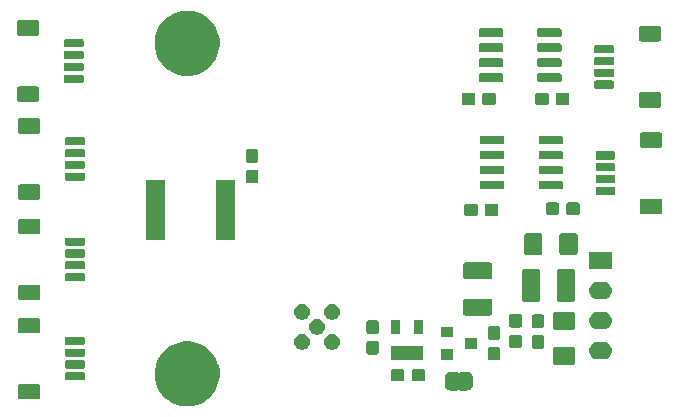
<source format=gts>
G04 #@! TF.GenerationSoftware,KiCad,Pcbnew,(5.1.5-0)*
G04 #@! TF.CreationDate,2022-05-12T16:28:49-06:00*
G04 #@! TF.ProjectId,uart_mux,75617274-5f6d-4757-982e-6b696361645f,rev?*
G04 #@! TF.SameCoordinates,Original*
G04 #@! TF.FileFunction,Soldermask,Top*
G04 #@! TF.FilePolarity,Negative*
%FSLAX46Y46*%
G04 Gerber Fmt 4.6, Leading zero omitted, Abs format (unit mm)*
G04 Created by KiCad (PCBNEW (5.1.5-0)) date 2022-05-12 16:28:49*
%MOMM*%
%LPD*%
G04 APERTURE LIST*
%ADD10C,0.100000*%
G04 APERTURE END LIST*
D10*
G36*
X103469259Y-88288446D02*
G01*
X103802437Y-88354719D01*
X104303087Y-88562095D01*
X104426208Y-88644362D01*
X104753660Y-88863158D01*
X105136842Y-89246340D01*
X105288293Y-89473003D01*
X105437905Y-89696913D01*
X105645281Y-90197563D01*
X105655910Y-90251000D01*
X105751000Y-90729049D01*
X105751000Y-91270951D01*
X105722484Y-91414309D01*
X105645281Y-91802437D01*
X105437905Y-92303087D01*
X105372974Y-92400263D01*
X105136842Y-92753660D01*
X104753660Y-93136842D01*
X104483561Y-93317316D01*
X104303087Y-93437905D01*
X103802437Y-93645281D01*
X103536694Y-93698140D01*
X103270951Y-93751000D01*
X102729049Y-93751000D01*
X102463306Y-93698140D01*
X102197563Y-93645281D01*
X101696913Y-93437905D01*
X101516439Y-93317316D01*
X101246340Y-93136842D01*
X100863158Y-92753660D01*
X100627026Y-92400263D01*
X100562095Y-92303087D01*
X100354719Y-91802437D01*
X100277516Y-91414309D01*
X100249000Y-91270951D01*
X100249000Y-90729049D01*
X100344090Y-90251000D01*
X100354719Y-90197563D01*
X100562095Y-89696913D01*
X100711707Y-89473003D01*
X100863158Y-89246340D01*
X101246340Y-88863158D01*
X101573792Y-88644362D01*
X101696913Y-88562095D01*
X102197563Y-88354719D01*
X102530741Y-88288446D01*
X102729049Y-88249000D01*
X103270951Y-88249000D01*
X103469259Y-88288446D01*
G37*
G36*
X90416242Y-91853404D02*
G01*
X90453337Y-91864657D01*
X90487515Y-91882925D01*
X90517481Y-91907519D01*
X90542075Y-91937485D01*
X90560343Y-91971663D01*
X90571596Y-92008758D01*
X90576000Y-92053474D01*
X90576000Y-92946526D01*
X90571596Y-92991242D01*
X90560343Y-93028337D01*
X90542075Y-93062515D01*
X90517481Y-93092481D01*
X90487515Y-93117075D01*
X90453337Y-93135343D01*
X90416242Y-93146596D01*
X90371526Y-93151000D01*
X88878474Y-93151000D01*
X88833758Y-93146596D01*
X88796663Y-93135343D01*
X88762485Y-93117075D01*
X88732519Y-93092481D01*
X88707925Y-93062515D01*
X88689657Y-93028337D01*
X88678404Y-92991242D01*
X88674000Y-92946526D01*
X88674000Y-92053474D01*
X88678404Y-92008758D01*
X88689657Y-91971663D01*
X88707925Y-91937485D01*
X88732519Y-91907519D01*
X88762485Y-91882925D01*
X88796663Y-91864657D01*
X88833758Y-91853404D01*
X88878474Y-91849000D01*
X90371526Y-91849000D01*
X90416242Y-91853404D01*
G37*
G36*
X125859999Y-90799737D02*
G01*
X125869608Y-90802652D01*
X125878472Y-90807390D01*
X125886237Y-90813763D01*
X125896448Y-90826206D01*
X125903378Y-90836575D01*
X125920705Y-90853902D01*
X125941080Y-90867515D01*
X125963720Y-90876891D01*
X125987753Y-90881671D01*
X126012257Y-90881670D01*
X126036290Y-90876888D01*
X126058929Y-90867510D01*
X126079302Y-90853895D01*
X126096629Y-90836568D01*
X126103558Y-90826198D01*
X126113763Y-90813763D01*
X126121528Y-90807390D01*
X126130392Y-90802652D01*
X126140001Y-90799737D01*
X126156140Y-90798148D01*
X126643861Y-90798148D01*
X126662199Y-90799954D01*
X126674450Y-90800556D01*
X126692869Y-90800556D01*
X126715149Y-90802750D01*
X126799233Y-90819476D01*
X126820660Y-90825976D01*
X126899858Y-90858780D01*
X126905303Y-90861691D01*
X126905309Y-90861693D01*
X126914169Y-90866429D01*
X126914173Y-90866432D01*
X126919614Y-90869340D01*
X126990899Y-90916971D01*
X127008204Y-90931172D01*
X127068828Y-90991796D01*
X127083029Y-91009101D01*
X127130660Y-91080386D01*
X127133568Y-91085827D01*
X127133571Y-91085831D01*
X127138307Y-91094691D01*
X127138309Y-91094697D01*
X127141220Y-91100142D01*
X127174024Y-91179340D01*
X127180524Y-91200767D01*
X127197250Y-91284851D01*
X127199444Y-91307131D01*
X127199444Y-91325550D01*
X127200046Y-91337801D01*
X127201852Y-91356139D01*
X127201852Y-91843862D01*
X127200046Y-91862199D01*
X127199444Y-91874450D01*
X127199444Y-91892869D01*
X127197250Y-91915149D01*
X127180524Y-91999233D01*
X127174024Y-92020660D01*
X127141220Y-92099858D01*
X127138309Y-92105303D01*
X127138307Y-92105309D01*
X127133571Y-92114169D01*
X127133568Y-92114173D01*
X127130660Y-92119614D01*
X127083029Y-92190899D01*
X127068828Y-92208204D01*
X127008204Y-92268828D01*
X126990899Y-92283029D01*
X126919614Y-92330660D01*
X126914173Y-92333568D01*
X126914169Y-92333571D01*
X126905309Y-92338307D01*
X126905303Y-92338309D01*
X126899858Y-92341220D01*
X126820660Y-92374024D01*
X126799233Y-92380524D01*
X126715149Y-92397250D01*
X126692869Y-92399444D01*
X126674450Y-92399444D01*
X126662199Y-92400046D01*
X126643862Y-92401852D01*
X126156140Y-92401852D01*
X126140001Y-92400263D01*
X126130392Y-92397348D01*
X126121528Y-92392610D01*
X126113763Y-92386237D01*
X126103552Y-92373794D01*
X126096622Y-92363425D01*
X126079295Y-92346098D01*
X126058920Y-92332485D01*
X126036280Y-92323109D01*
X126012247Y-92318329D01*
X125987743Y-92318330D01*
X125963710Y-92323112D01*
X125941071Y-92332490D01*
X125920698Y-92346105D01*
X125903371Y-92363432D01*
X125896442Y-92373802D01*
X125886237Y-92386237D01*
X125878472Y-92392610D01*
X125869608Y-92397348D01*
X125859999Y-92400263D01*
X125843860Y-92401852D01*
X125356138Y-92401852D01*
X125337801Y-92400046D01*
X125325550Y-92399444D01*
X125307131Y-92399444D01*
X125284851Y-92397250D01*
X125200767Y-92380524D01*
X125179340Y-92374024D01*
X125100142Y-92341220D01*
X125094697Y-92338309D01*
X125094691Y-92338307D01*
X125085831Y-92333571D01*
X125085827Y-92333568D01*
X125080386Y-92330660D01*
X125009101Y-92283029D01*
X124991796Y-92268828D01*
X124931172Y-92208204D01*
X124916971Y-92190899D01*
X124869340Y-92119614D01*
X124866432Y-92114173D01*
X124866429Y-92114169D01*
X124861693Y-92105309D01*
X124861691Y-92105303D01*
X124858780Y-92099858D01*
X124825976Y-92020660D01*
X124819476Y-91999233D01*
X124802750Y-91915149D01*
X124800556Y-91892869D01*
X124800556Y-91874450D01*
X124799954Y-91862199D01*
X124798148Y-91843862D01*
X124798148Y-91356139D01*
X124799954Y-91337801D01*
X124800556Y-91325550D01*
X124800556Y-91307131D01*
X124802750Y-91284851D01*
X124819476Y-91200767D01*
X124825976Y-91179340D01*
X124858780Y-91100142D01*
X124861691Y-91094697D01*
X124861693Y-91094691D01*
X124866429Y-91085831D01*
X124866432Y-91085827D01*
X124869340Y-91080386D01*
X124916971Y-91009101D01*
X124931172Y-90991796D01*
X124991796Y-90931172D01*
X125009101Y-90916971D01*
X125080386Y-90869340D01*
X125085827Y-90866432D01*
X125085831Y-90866429D01*
X125094691Y-90861693D01*
X125094697Y-90861691D01*
X125100142Y-90858780D01*
X125179340Y-90825976D01*
X125200767Y-90819476D01*
X125284851Y-90802750D01*
X125307131Y-90800556D01*
X125325550Y-90800556D01*
X125337801Y-90799954D01*
X125356139Y-90798148D01*
X125843860Y-90798148D01*
X125859999Y-90799737D01*
G37*
G36*
X122989499Y-90578445D02*
G01*
X123026995Y-90589820D01*
X123061554Y-90608292D01*
X123091847Y-90633153D01*
X123116708Y-90663446D01*
X123135180Y-90698005D01*
X123146555Y-90735501D01*
X123151000Y-90780638D01*
X123151000Y-91419362D01*
X123146555Y-91464499D01*
X123135180Y-91501995D01*
X123116708Y-91536554D01*
X123091847Y-91566847D01*
X123061554Y-91591708D01*
X123026995Y-91610180D01*
X122989499Y-91621555D01*
X122944362Y-91626000D01*
X122205638Y-91626000D01*
X122160501Y-91621555D01*
X122123005Y-91610180D01*
X122088446Y-91591708D01*
X122058153Y-91566847D01*
X122033292Y-91536554D01*
X122014820Y-91501995D01*
X122003445Y-91464499D01*
X121999000Y-91419362D01*
X121999000Y-90780638D01*
X122003445Y-90735501D01*
X122014820Y-90698005D01*
X122033292Y-90663446D01*
X122058153Y-90633153D01*
X122088446Y-90608292D01*
X122123005Y-90589820D01*
X122160501Y-90578445D01*
X122205638Y-90574000D01*
X122944362Y-90574000D01*
X122989499Y-90578445D01*
G37*
G36*
X121239499Y-90578445D02*
G01*
X121276995Y-90589820D01*
X121311554Y-90608292D01*
X121341847Y-90633153D01*
X121366708Y-90663446D01*
X121385180Y-90698005D01*
X121396555Y-90735501D01*
X121401000Y-90780638D01*
X121401000Y-91419362D01*
X121396555Y-91464499D01*
X121385180Y-91501995D01*
X121366708Y-91536554D01*
X121341847Y-91566847D01*
X121311554Y-91591708D01*
X121276995Y-91610180D01*
X121239499Y-91621555D01*
X121194362Y-91626000D01*
X120455638Y-91626000D01*
X120410501Y-91621555D01*
X120373005Y-91610180D01*
X120338446Y-91591708D01*
X120308153Y-91566847D01*
X120283292Y-91536554D01*
X120264820Y-91501995D01*
X120253445Y-91464499D01*
X120249000Y-91419362D01*
X120249000Y-90780638D01*
X120253445Y-90735501D01*
X120264820Y-90698005D01*
X120283292Y-90663446D01*
X120308153Y-90633153D01*
X120338446Y-90608292D01*
X120373005Y-90589820D01*
X120410501Y-90578445D01*
X120455638Y-90574000D01*
X121194362Y-90574000D01*
X121239499Y-90578445D01*
G37*
G36*
X94234928Y-90851764D02*
G01*
X94256009Y-90858160D01*
X94275445Y-90868548D01*
X94292476Y-90882524D01*
X94306452Y-90899555D01*
X94316840Y-90918991D01*
X94323236Y-90940072D01*
X94326000Y-90968140D01*
X94326000Y-91431860D01*
X94323236Y-91459928D01*
X94316840Y-91481009D01*
X94306452Y-91500445D01*
X94292476Y-91517476D01*
X94275445Y-91531452D01*
X94256009Y-91541840D01*
X94234928Y-91548236D01*
X94206860Y-91551000D01*
X92793140Y-91551000D01*
X92765072Y-91548236D01*
X92743991Y-91541840D01*
X92724555Y-91531452D01*
X92707524Y-91517476D01*
X92693548Y-91500445D01*
X92683160Y-91481009D01*
X92676764Y-91459928D01*
X92674000Y-91431860D01*
X92674000Y-90968140D01*
X92676764Y-90940072D01*
X92683160Y-90918991D01*
X92693548Y-90899555D01*
X92707524Y-90882524D01*
X92724555Y-90868548D01*
X92743991Y-90858160D01*
X92765072Y-90851764D01*
X92793140Y-90849000D01*
X94206860Y-90849000D01*
X94234928Y-90851764D01*
G37*
G36*
X94234928Y-89851764D02*
G01*
X94256009Y-89858160D01*
X94275445Y-89868548D01*
X94292476Y-89882524D01*
X94306452Y-89899555D01*
X94316840Y-89918991D01*
X94323236Y-89940072D01*
X94326000Y-89968140D01*
X94326000Y-90431860D01*
X94323236Y-90459928D01*
X94316840Y-90481009D01*
X94306452Y-90500445D01*
X94292476Y-90517476D01*
X94275445Y-90531452D01*
X94256009Y-90541840D01*
X94234928Y-90548236D01*
X94206860Y-90551000D01*
X92793140Y-90551000D01*
X92765072Y-90548236D01*
X92743991Y-90541840D01*
X92724555Y-90531452D01*
X92707524Y-90517476D01*
X92693548Y-90500445D01*
X92683160Y-90481009D01*
X92676764Y-90459928D01*
X92674000Y-90431860D01*
X92674000Y-89968140D01*
X92676764Y-89940072D01*
X92683160Y-89918991D01*
X92693548Y-89899555D01*
X92707524Y-89882524D01*
X92724555Y-89868548D01*
X92743991Y-89858160D01*
X92765072Y-89851764D01*
X92793140Y-89849000D01*
X94206860Y-89849000D01*
X94234928Y-89851764D01*
G37*
G36*
X135675562Y-88728181D02*
G01*
X135710481Y-88738774D01*
X135742663Y-88755976D01*
X135770873Y-88779127D01*
X135794024Y-88807337D01*
X135811226Y-88839519D01*
X135821819Y-88874438D01*
X135826000Y-88916895D01*
X135826000Y-90058105D01*
X135821819Y-90100562D01*
X135811226Y-90135481D01*
X135794024Y-90167663D01*
X135770873Y-90195873D01*
X135742663Y-90219024D01*
X135710481Y-90236226D01*
X135675562Y-90246819D01*
X135633105Y-90251000D01*
X134166895Y-90251000D01*
X134124438Y-90246819D01*
X134089519Y-90236226D01*
X134057337Y-90219024D01*
X134029127Y-90195873D01*
X134005976Y-90167663D01*
X133988774Y-90135481D01*
X133978181Y-90100562D01*
X133974000Y-90058105D01*
X133974000Y-88916895D01*
X133978181Y-88874438D01*
X133988774Y-88839519D01*
X134005976Y-88807337D01*
X134029127Y-88779127D01*
X134057337Y-88755976D01*
X134089519Y-88738774D01*
X134124438Y-88728181D01*
X134166895Y-88724000D01*
X135633105Y-88724000D01*
X135675562Y-88728181D01*
G37*
G36*
X129364499Y-88703445D02*
G01*
X129401995Y-88714820D01*
X129436554Y-88733292D01*
X129466847Y-88758153D01*
X129491708Y-88788446D01*
X129510180Y-88823005D01*
X129521555Y-88860501D01*
X129526000Y-88905638D01*
X129526000Y-89644362D01*
X129521555Y-89689499D01*
X129510180Y-89726995D01*
X129491708Y-89761554D01*
X129466847Y-89791847D01*
X129436554Y-89816708D01*
X129401995Y-89835180D01*
X129364499Y-89846555D01*
X129319362Y-89851000D01*
X128680638Y-89851000D01*
X128635501Y-89846555D01*
X128598005Y-89835180D01*
X128563446Y-89816708D01*
X128533153Y-89791847D01*
X128508292Y-89761554D01*
X128489820Y-89726995D01*
X128478445Y-89689499D01*
X128474000Y-89644362D01*
X128474000Y-88905638D01*
X128478445Y-88860501D01*
X128489820Y-88823005D01*
X128508292Y-88788446D01*
X128533153Y-88758153D01*
X128563446Y-88733292D01*
X128598005Y-88714820D01*
X128635501Y-88703445D01*
X128680638Y-88699000D01*
X129319362Y-88699000D01*
X129364499Y-88703445D01*
G37*
G36*
X125501000Y-89801000D02*
G01*
X124499000Y-89801000D01*
X124499000Y-88899000D01*
X125501000Y-88899000D01*
X125501000Y-89801000D01*
G37*
G36*
X122936000Y-89791000D02*
G01*
X120284000Y-89791000D01*
X120284000Y-88629000D01*
X122936000Y-88629000D01*
X122936000Y-89791000D01*
G37*
G36*
X138273665Y-88272622D02*
G01*
X138347222Y-88279867D01*
X138488786Y-88322810D01*
X138619252Y-88392546D01*
X138640200Y-88409738D01*
X138733607Y-88486393D01*
X138786627Y-88551000D01*
X138827454Y-88600748D01*
X138897190Y-88731214D01*
X138940133Y-88872778D01*
X138954633Y-89020000D01*
X138940133Y-89167222D01*
X138897190Y-89308786D01*
X138827454Y-89439252D01*
X138803008Y-89469040D01*
X138733607Y-89553607D01*
X138649040Y-89623008D01*
X138619252Y-89647454D01*
X138619250Y-89647455D01*
X138526720Y-89696914D01*
X138488786Y-89717190D01*
X138347222Y-89760133D01*
X138273665Y-89767378D01*
X138236888Y-89771000D01*
X137763112Y-89771000D01*
X137726335Y-89767378D01*
X137652778Y-89760133D01*
X137511214Y-89717190D01*
X137473281Y-89696914D01*
X137380750Y-89647455D01*
X137380748Y-89647454D01*
X137350960Y-89623008D01*
X137266393Y-89553607D01*
X137196992Y-89469040D01*
X137172546Y-89439252D01*
X137102810Y-89308786D01*
X137059867Y-89167222D01*
X137045367Y-89020000D01*
X137059867Y-88872778D01*
X137102810Y-88731214D01*
X137172546Y-88600748D01*
X137213373Y-88551000D01*
X137266393Y-88486393D01*
X137359800Y-88409738D01*
X137380748Y-88392546D01*
X137511214Y-88322810D01*
X137652778Y-88279867D01*
X137726335Y-88272622D01*
X137763112Y-88269000D01*
X138236888Y-88269000D01*
X138273665Y-88272622D01*
G37*
G36*
X94234928Y-88851764D02*
G01*
X94256009Y-88858160D01*
X94275445Y-88868548D01*
X94292476Y-88882524D01*
X94306452Y-88899555D01*
X94316840Y-88918991D01*
X94323236Y-88940072D01*
X94326000Y-88968140D01*
X94326000Y-89431860D01*
X94323236Y-89459928D01*
X94316840Y-89481009D01*
X94306452Y-89500445D01*
X94292476Y-89517476D01*
X94275445Y-89531452D01*
X94256009Y-89541840D01*
X94234928Y-89548236D01*
X94206860Y-89551000D01*
X92793140Y-89551000D01*
X92765072Y-89548236D01*
X92743991Y-89541840D01*
X92724555Y-89531452D01*
X92707524Y-89517476D01*
X92693548Y-89500445D01*
X92683160Y-89481009D01*
X92676764Y-89459928D01*
X92674000Y-89431860D01*
X92674000Y-88968140D01*
X92676764Y-88940072D01*
X92683160Y-88918991D01*
X92693548Y-88899555D01*
X92707524Y-88882524D01*
X92724555Y-88868548D01*
X92743991Y-88858160D01*
X92765072Y-88851764D01*
X92793140Y-88849000D01*
X94206860Y-88849000D01*
X94234928Y-88851764D01*
G37*
G36*
X119064499Y-88203445D02*
G01*
X119101995Y-88214820D01*
X119136554Y-88233292D01*
X119166847Y-88258153D01*
X119191708Y-88288446D01*
X119210180Y-88323005D01*
X119221555Y-88360501D01*
X119226000Y-88405638D01*
X119226000Y-89144362D01*
X119221555Y-89189499D01*
X119210180Y-89226995D01*
X119191708Y-89261554D01*
X119166847Y-89291847D01*
X119136554Y-89316708D01*
X119101995Y-89335180D01*
X119064499Y-89346555D01*
X119019362Y-89351000D01*
X118380638Y-89351000D01*
X118335501Y-89346555D01*
X118298005Y-89335180D01*
X118263446Y-89316708D01*
X118233153Y-89291847D01*
X118208292Y-89261554D01*
X118189820Y-89226995D01*
X118178445Y-89189499D01*
X118174000Y-89144362D01*
X118174000Y-88405638D01*
X118178445Y-88360501D01*
X118189820Y-88323005D01*
X118208292Y-88288446D01*
X118233153Y-88258153D01*
X118263446Y-88233292D01*
X118298005Y-88214820D01*
X118335501Y-88203445D01*
X118380638Y-88199000D01*
X119019362Y-88199000D01*
X119064499Y-88203445D01*
G37*
G36*
X112839300Y-87607595D02*
G01*
X112925724Y-87624786D01*
X113047838Y-87675367D01*
X113157738Y-87748800D01*
X113251200Y-87842262D01*
X113324633Y-87952162D01*
X113375214Y-88074276D01*
X113401000Y-88203912D01*
X113401000Y-88336088D01*
X113375214Y-88465724D01*
X113324633Y-88587838D01*
X113251200Y-88697738D01*
X113157738Y-88791200D01*
X113047838Y-88864633D01*
X112925724Y-88915214D01*
X112866486Y-88926997D01*
X112796089Y-88941000D01*
X112663911Y-88941000D01*
X112593514Y-88926997D01*
X112534276Y-88915214D01*
X112412162Y-88864633D01*
X112302262Y-88791200D01*
X112208800Y-88697738D01*
X112135367Y-88587838D01*
X112084786Y-88465724D01*
X112059000Y-88336088D01*
X112059000Y-88203912D01*
X112084786Y-88074276D01*
X112135367Y-87952162D01*
X112208800Y-87842262D01*
X112302262Y-87748800D01*
X112412162Y-87675367D01*
X112534276Y-87624786D01*
X112620700Y-87607595D01*
X112663911Y-87599000D01*
X112796089Y-87599000D01*
X112839300Y-87607595D01*
G37*
G36*
X115379300Y-87607595D02*
G01*
X115465724Y-87624786D01*
X115587838Y-87675367D01*
X115697738Y-87748800D01*
X115791200Y-87842262D01*
X115864633Y-87952162D01*
X115915214Y-88074276D01*
X115941000Y-88203912D01*
X115941000Y-88336088D01*
X115915214Y-88465724D01*
X115864633Y-88587838D01*
X115791200Y-88697738D01*
X115697738Y-88791200D01*
X115587838Y-88864633D01*
X115465724Y-88915214D01*
X115406486Y-88926997D01*
X115336089Y-88941000D01*
X115203911Y-88941000D01*
X115133514Y-88926997D01*
X115074276Y-88915214D01*
X114952162Y-88864633D01*
X114842262Y-88791200D01*
X114748800Y-88697738D01*
X114675367Y-88587838D01*
X114624786Y-88465724D01*
X114599000Y-88336088D01*
X114599000Y-88203912D01*
X114624786Y-88074276D01*
X114675367Y-87952162D01*
X114748800Y-87842262D01*
X114842262Y-87748800D01*
X114952162Y-87675367D01*
X115074276Y-87624786D01*
X115160700Y-87607595D01*
X115203911Y-87599000D01*
X115336089Y-87599000D01*
X115379300Y-87607595D01*
G37*
G36*
X133064499Y-87703445D02*
G01*
X133101995Y-87714820D01*
X133136554Y-87733292D01*
X133166847Y-87758153D01*
X133191708Y-87788446D01*
X133210180Y-87823005D01*
X133221555Y-87860501D01*
X133226000Y-87905638D01*
X133226000Y-88644362D01*
X133221555Y-88689499D01*
X133210180Y-88726995D01*
X133191708Y-88761554D01*
X133166847Y-88791847D01*
X133136554Y-88816708D01*
X133101995Y-88835180D01*
X133064499Y-88846555D01*
X133019362Y-88851000D01*
X132380638Y-88851000D01*
X132335501Y-88846555D01*
X132298005Y-88835180D01*
X132263446Y-88816708D01*
X132233153Y-88791847D01*
X132208292Y-88761554D01*
X132189820Y-88726995D01*
X132178445Y-88689499D01*
X132174000Y-88644362D01*
X132174000Y-87905638D01*
X132178445Y-87860501D01*
X132189820Y-87823005D01*
X132208292Y-87788446D01*
X132233153Y-87758153D01*
X132263446Y-87733292D01*
X132298005Y-87714820D01*
X132335501Y-87703445D01*
X132380638Y-87699000D01*
X133019362Y-87699000D01*
X133064499Y-87703445D01*
G37*
G36*
X127501000Y-88851000D02*
G01*
X126499000Y-88851000D01*
X126499000Y-87949000D01*
X127501000Y-87949000D01*
X127501000Y-88851000D01*
G37*
G36*
X131164499Y-87678445D02*
G01*
X131201995Y-87689820D01*
X131236554Y-87708292D01*
X131266847Y-87733153D01*
X131291708Y-87763446D01*
X131310180Y-87798005D01*
X131321555Y-87835501D01*
X131326000Y-87880638D01*
X131326000Y-88619362D01*
X131321555Y-88664499D01*
X131310180Y-88701995D01*
X131291708Y-88736554D01*
X131266847Y-88766847D01*
X131236554Y-88791708D01*
X131201995Y-88810180D01*
X131164499Y-88821555D01*
X131119362Y-88826000D01*
X130480638Y-88826000D01*
X130435501Y-88821555D01*
X130398005Y-88810180D01*
X130363446Y-88791708D01*
X130333153Y-88766847D01*
X130308292Y-88736554D01*
X130289820Y-88701995D01*
X130278445Y-88664499D01*
X130274000Y-88619362D01*
X130274000Y-87880638D01*
X130278445Y-87835501D01*
X130289820Y-87798005D01*
X130308292Y-87763446D01*
X130333153Y-87733153D01*
X130363446Y-87708292D01*
X130398005Y-87689820D01*
X130435501Y-87678445D01*
X130480638Y-87674000D01*
X131119362Y-87674000D01*
X131164499Y-87678445D01*
G37*
G36*
X94234928Y-87851764D02*
G01*
X94256009Y-87858160D01*
X94275445Y-87868548D01*
X94292476Y-87882524D01*
X94306452Y-87899555D01*
X94316840Y-87918991D01*
X94323236Y-87940072D01*
X94326000Y-87968140D01*
X94326000Y-88431860D01*
X94323236Y-88459928D01*
X94316840Y-88481009D01*
X94306452Y-88500445D01*
X94292476Y-88517476D01*
X94275445Y-88531452D01*
X94256009Y-88541840D01*
X94234928Y-88548236D01*
X94206860Y-88551000D01*
X92793140Y-88551000D01*
X92765072Y-88548236D01*
X92743991Y-88541840D01*
X92724555Y-88531452D01*
X92707524Y-88517476D01*
X92693548Y-88500445D01*
X92683160Y-88481009D01*
X92676764Y-88459928D01*
X92674000Y-88431860D01*
X92674000Y-87968140D01*
X92676764Y-87940072D01*
X92683160Y-87918991D01*
X92693548Y-87899555D01*
X92707524Y-87882524D01*
X92724555Y-87868548D01*
X92743991Y-87858160D01*
X92765072Y-87851764D01*
X92793140Y-87849000D01*
X94206860Y-87849000D01*
X94234928Y-87851764D01*
G37*
G36*
X129364499Y-86953445D02*
G01*
X129401995Y-86964820D01*
X129436554Y-86983292D01*
X129466847Y-87008153D01*
X129491708Y-87038446D01*
X129510180Y-87073005D01*
X129521555Y-87110501D01*
X129526000Y-87155638D01*
X129526000Y-87894362D01*
X129521555Y-87939499D01*
X129510180Y-87976995D01*
X129491708Y-88011554D01*
X129466847Y-88041847D01*
X129436554Y-88066708D01*
X129401995Y-88085180D01*
X129364499Y-88096555D01*
X129319362Y-88101000D01*
X128680638Y-88101000D01*
X128635501Y-88096555D01*
X128598005Y-88085180D01*
X128563446Y-88066708D01*
X128533153Y-88041847D01*
X128508292Y-88011554D01*
X128489820Y-87976995D01*
X128478445Y-87939499D01*
X128474000Y-87894362D01*
X128474000Y-87155638D01*
X128478445Y-87110501D01*
X128489820Y-87073005D01*
X128508292Y-87038446D01*
X128533153Y-87008153D01*
X128563446Y-86983292D01*
X128598005Y-86964820D01*
X128635501Y-86953445D01*
X128680638Y-86949000D01*
X129319362Y-86949000D01*
X129364499Y-86953445D01*
G37*
G36*
X125501000Y-87901000D02*
G01*
X124499000Y-87901000D01*
X124499000Y-86999000D01*
X125501000Y-86999000D01*
X125501000Y-87901000D01*
G37*
G36*
X114108745Y-86337485D02*
G01*
X114195724Y-86354786D01*
X114317838Y-86405367D01*
X114427738Y-86478800D01*
X114521200Y-86572262D01*
X114594633Y-86682162D01*
X114645214Y-86804276D01*
X114645214Y-86804278D01*
X114671000Y-86933911D01*
X114671000Y-87066089D01*
X114665061Y-87095947D01*
X114645214Y-87195724D01*
X114594633Y-87317838D01*
X114521200Y-87427738D01*
X114427738Y-87521200D01*
X114317838Y-87594633D01*
X114195724Y-87645214D01*
X114109300Y-87662405D01*
X114066089Y-87671000D01*
X113933911Y-87671000D01*
X113890700Y-87662405D01*
X113804276Y-87645214D01*
X113682162Y-87594633D01*
X113572262Y-87521200D01*
X113478800Y-87427738D01*
X113405367Y-87317838D01*
X113354786Y-87195724D01*
X113334939Y-87095947D01*
X113329000Y-87066089D01*
X113329000Y-86933911D01*
X113354786Y-86804278D01*
X113354786Y-86804276D01*
X113405367Y-86682162D01*
X113478800Y-86572262D01*
X113572262Y-86478800D01*
X113682162Y-86405367D01*
X113804276Y-86354786D01*
X113891255Y-86337485D01*
X113933911Y-86329000D01*
X114066089Y-86329000D01*
X114108745Y-86337485D01*
G37*
G36*
X119064499Y-86453445D02*
G01*
X119101995Y-86464820D01*
X119136554Y-86483292D01*
X119166847Y-86508153D01*
X119191708Y-86538446D01*
X119210180Y-86573005D01*
X119221555Y-86610501D01*
X119226000Y-86655638D01*
X119226000Y-87394362D01*
X119221555Y-87439499D01*
X119210180Y-87476995D01*
X119191708Y-87511554D01*
X119166847Y-87541847D01*
X119136554Y-87566708D01*
X119101995Y-87585180D01*
X119064499Y-87596555D01*
X119019362Y-87601000D01*
X118380638Y-87601000D01*
X118335501Y-87596555D01*
X118298005Y-87585180D01*
X118263446Y-87566708D01*
X118233153Y-87541847D01*
X118208292Y-87511554D01*
X118189820Y-87476995D01*
X118178445Y-87439499D01*
X118174000Y-87394362D01*
X118174000Y-86655638D01*
X118178445Y-86610501D01*
X118189820Y-86573005D01*
X118208292Y-86538446D01*
X118233153Y-86508153D01*
X118263446Y-86483292D01*
X118298005Y-86464820D01*
X118335501Y-86453445D01*
X118380638Y-86449000D01*
X119019362Y-86449000D01*
X119064499Y-86453445D01*
G37*
G36*
X122936000Y-87591000D02*
G01*
X122184000Y-87591000D01*
X122184000Y-86429000D01*
X122936000Y-86429000D01*
X122936000Y-87591000D01*
G37*
G36*
X121036000Y-87591000D02*
G01*
X120284000Y-87591000D01*
X120284000Y-86429000D01*
X121036000Y-86429000D01*
X121036000Y-87591000D01*
G37*
G36*
X90416242Y-86253404D02*
G01*
X90453337Y-86264657D01*
X90487515Y-86282925D01*
X90517481Y-86307519D01*
X90542075Y-86337485D01*
X90560343Y-86371663D01*
X90571596Y-86408758D01*
X90576000Y-86453474D01*
X90576000Y-87346526D01*
X90571596Y-87391242D01*
X90560343Y-87428337D01*
X90542075Y-87462515D01*
X90517481Y-87492481D01*
X90487515Y-87517075D01*
X90453337Y-87535343D01*
X90416242Y-87546596D01*
X90371526Y-87551000D01*
X88878474Y-87551000D01*
X88833758Y-87546596D01*
X88796663Y-87535343D01*
X88762485Y-87517075D01*
X88732519Y-87492481D01*
X88707925Y-87462515D01*
X88689657Y-87428337D01*
X88678404Y-87391242D01*
X88674000Y-87346526D01*
X88674000Y-86453474D01*
X88678404Y-86408758D01*
X88689657Y-86371663D01*
X88707925Y-86337485D01*
X88732519Y-86307519D01*
X88762485Y-86282925D01*
X88796663Y-86264657D01*
X88833758Y-86253404D01*
X88878474Y-86249000D01*
X90371526Y-86249000D01*
X90416242Y-86253404D01*
G37*
G36*
X135675562Y-85753181D02*
G01*
X135710481Y-85763774D01*
X135742663Y-85780976D01*
X135770873Y-85804127D01*
X135794024Y-85832337D01*
X135811226Y-85864519D01*
X135821819Y-85899438D01*
X135826000Y-85941895D01*
X135826000Y-87083105D01*
X135821819Y-87125562D01*
X135811226Y-87160481D01*
X135794024Y-87192663D01*
X135770873Y-87220873D01*
X135742663Y-87244024D01*
X135710481Y-87261226D01*
X135675562Y-87271819D01*
X135633105Y-87276000D01*
X134166895Y-87276000D01*
X134124438Y-87271819D01*
X134089519Y-87261226D01*
X134057337Y-87244024D01*
X134029127Y-87220873D01*
X134005976Y-87192663D01*
X133988774Y-87160481D01*
X133978181Y-87125562D01*
X133974000Y-87083105D01*
X133974000Y-85941895D01*
X133978181Y-85899438D01*
X133988774Y-85864519D01*
X134005976Y-85832337D01*
X134029127Y-85804127D01*
X134057337Y-85780976D01*
X134089519Y-85763774D01*
X134124438Y-85753181D01*
X134166895Y-85749000D01*
X135633105Y-85749000D01*
X135675562Y-85753181D01*
G37*
G36*
X138273665Y-85732622D02*
G01*
X138347222Y-85739867D01*
X138488786Y-85782810D01*
X138619252Y-85852546D01*
X138620347Y-85853445D01*
X138733607Y-85946393D01*
X138802634Y-86030505D01*
X138827454Y-86060748D01*
X138897190Y-86191214D01*
X138940133Y-86332778D01*
X138954633Y-86480000D01*
X138940133Y-86627222D01*
X138897190Y-86768786D01*
X138827454Y-86899252D01*
X138815641Y-86913646D01*
X138733607Y-87013607D01*
X138657579Y-87076000D01*
X138619252Y-87107454D01*
X138488786Y-87177190D01*
X138347222Y-87220133D01*
X138273665Y-87227378D01*
X138236888Y-87231000D01*
X137763112Y-87231000D01*
X137726335Y-87227378D01*
X137652778Y-87220133D01*
X137511214Y-87177190D01*
X137380748Y-87107454D01*
X137342421Y-87076000D01*
X137266393Y-87013607D01*
X137184359Y-86913646D01*
X137172546Y-86899252D01*
X137102810Y-86768786D01*
X137059867Y-86627222D01*
X137045367Y-86480000D01*
X137059867Y-86332778D01*
X137102810Y-86191214D01*
X137172546Y-86060748D01*
X137197366Y-86030505D01*
X137266393Y-85946393D01*
X137379653Y-85853445D01*
X137380748Y-85852546D01*
X137511214Y-85782810D01*
X137652778Y-85739867D01*
X137726335Y-85732622D01*
X137763112Y-85729000D01*
X138236888Y-85729000D01*
X138273665Y-85732622D01*
G37*
G36*
X133064499Y-85953445D02*
G01*
X133101995Y-85964820D01*
X133136554Y-85983292D01*
X133166847Y-86008153D01*
X133191708Y-86038446D01*
X133210180Y-86073005D01*
X133221555Y-86110501D01*
X133226000Y-86155638D01*
X133226000Y-86894362D01*
X133221555Y-86939499D01*
X133210180Y-86976995D01*
X133191708Y-87011554D01*
X133166847Y-87041847D01*
X133136554Y-87066708D01*
X133101995Y-87085180D01*
X133064499Y-87096555D01*
X133019362Y-87101000D01*
X132380638Y-87101000D01*
X132335501Y-87096555D01*
X132298005Y-87085180D01*
X132263446Y-87066708D01*
X132233153Y-87041847D01*
X132208292Y-87011554D01*
X132189820Y-86976995D01*
X132178445Y-86939499D01*
X132174000Y-86894362D01*
X132174000Y-86155638D01*
X132178445Y-86110501D01*
X132189820Y-86073005D01*
X132208292Y-86038446D01*
X132233153Y-86008153D01*
X132263446Y-85983292D01*
X132298005Y-85964820D01*
X132335501Y-85953445D01*
X132380638Y-85949000D01*
X133019362Y-85949000D01*
X133064499Y-85953445D01*
G37*
G36*
X131164499Y-85928445D02*
G01*
X131201995Y-85939820D01*
X131236554Y-85958292D01*
X131266847Y-85983153D01*
X131291708Y-86013446D01*
X131310180Y-86048005D01*
X131321555Y-86085501D01*
X131326000Y-86130638D01*
X131326000Y-86869362D01*
X131321555Y-86914499D01*
X131310180Y-86951995D01*
X131291708Y-86986554D01*
X131266847Y-87016847D01*
X131236554Y-87041708D01*
X131201995Y-87060180D01*
X131164499Y-87071555D01*
X131119362Y-87076000D01*
X130480638Y-87076000D01*
X130435501Y-87071555D01*
X130398005Y-87060180D01*
X130363446Y-87041708D01*
X130333153Y-87016847D01*
X130308292Y-86986554D01*
X130289820Y-86951995D01*
X130278445Y-86914499D01*
X130274000Y-86869362D01*
X130274000Y-86130638D01*
X130278445Y-86085501D01*
X130289820Y-86048005D01*
X130308292Y-86013446D01*
X130333153Y-85983153D01*
X130363446Y-85958292D01*
X130398005Y-85939820D01*
X130435501Y-85928445D01*
X130480638Y-85924000D01*
X131119362Y-85924000D01*
X131164499Y-85928445D01*
G37*
G36*
X115379300Y-85067595D02*
G01*
X115465724Y-85084786D01*
X115587838Y-85135367D01*
X115697738Y-85208800D01*
X115791200Y-85302262D01*
X115864633Y-85412162D01*
X115915214Y-85534276D01*
X115941000Y-85663912D01*
X115941000Y-85796088D01*
X115915214Y-85925724D01*
X115864633Y-86047838D01*
X115791200Y-86157738D01*
X115697738Y-86251200D01*
X115587838Y-86324633D01*
X115465724Y-86375214D01*
X115379300Y-86392405D01*
X115336089Y-86401000D01*
X115203911Y-86401000D01*
X115160700Y-86392405D01*
X115074276Y-86375214D01*
X114952162Y-86324633D01*
X114842262Y-86251200D01*
X114748800Y-86157738D01*
X114675367Y-86047838D01*
X114624786Y-85925724D01*
X114599000Y-85796088D01*
X114599000Y-85663912D01*
X114624786Y-85534276D01*
X114675367Y-85412162D01*
X114748800Y-85302262D01*
X114842262Y-85208800D01*
X114952162Y-85135367D01*
X115074276Y-85084786D01*
X115160700Y-85067595D01*
X115203911Y-85059000D01*
X115336089Y-85059000D01*
X115379300Y-85067595D01*
G37*
G36*
X112839300Y-85067595D02*
G01*
X112925724Y-85084786D01*
X113047838Y-85135367D01*
X113157738Y-85208800D01*
X113251200Y-85302262D01*
X113324633Y-85412162D01*
X113375214Y-85534276D01*
X113401000Y-85663912D01*
X113401000Y-85796088D01*
X113375214Y-85925724D01*
X113324633Y-86047838D01*
X113251200Y-86157738D01*
X113157738Y-86251200D01*
X113047838Y-86324633D01*
X112925724Y-86375214D01*
X112839300Y-86392405D01*
X112796089Y-86401000D01*
X112663911Y-86401000D01*
X112620700Y-86392405D01*
X112534276Y-86375214D01*
X112412162Y-86324633D01*
X112302262Y-86251200D01*
X112208800Y-86157738D01*
X112135367Y-86047838D01*
X112084786Y-85925724D01*
X112059000Y-85796088D01*
X112059000Y-85663912D01*
X112084786Y-85534276D01*
X112135367Y-85412162D01*
X112208800Y-85302262D01*
X112302262Y-85208800D01*
X112412162Y-85135367D01*
X112534276Y-85084786D01*
X112620700Y-85067595D01*
X112663911Y-85059000D01*
X112796089Y-85059000D01*
X112839300Y-85067595D01*
G37*
G36*
X128671811Y-84628271D02*
G01*
X128707603Y-84639129D01*
X128740595Y-84656763D01*
X128769508Y-84680492D01*
X128793237Y-84709405D01*
X128810871Y-84742397D01*
X128821729Y-84778189D01*
X128826000Y-84821555D01*
X128826000Y-85853445D01*
X128821729Y-85896811D01*
X128810871Y-85932603D01*
X128793237Y-85965595D01*
X128769508Y-85994508D01*
X128740595Y-86018237D01*
X128707603Y-86035871D01*
X128671811Y-86046729D01*
X128628445Y-86051000D01*
X126571555Y-86051000D01*
X126528189Y-86046729D01*
X126492397Y-86035871D01*
X126459405Y-86018237D01*
X126430492Y-85994508D01*
X126406763Y-85965595D01*
X126389129Y-85932603D01*
X126378271Y-85896811D01*
X126374000Y-85853445D01*
X126374000Y-84821555D01*
X126378271Y-84778189D01*
X126389129Y-84742397D01*
X126406763Y-84709405D01*
X126430492Y-84680492D01*
X126459405Y-84656763D01*
X126492397Y-84639129D01*
X126528189Y-84628271D01*
X126571555Y-84624000D01*
X128628445Y-84624000D01*
X128671811Y-84628271D01*
G37*
G36*
X132725562Y-82128181D02*
G01*
X132760481Y-82138774D01*
X132792663Y-82155976D01*
X132820873Y-82179127D01*
X132844024Y-82207337D01*
X132861226Y-82239519D01*
X132871819Y-82274438D01*
X132876000Y-82316895D01*
X132876000Y-84683105D01*
X132871819Y-84725562D01*
X132861226Y-84760481D01*
X132844024Y-84792663D01*
X132820873Y-84820873D01*
X132792663Y-84844024D01*
X132760481Y-84861226D01*
X132725562Y-84871819D01*
X132683105Y-84876000D01*
X131541895Y-84876000D01*
X131499438Y-84871819D01*
X131464519Y-84861226D01*
X131432337Y-84844024D01*
X131404127Y-84820873D01*
X131380976Y-84792663D01*
X131363774Y-84760481D01*
X131353181Y-84725562D01*
X131349000Y-84683105D01*
X131349000Y-82316895D01*
X131353181Y-82274438D01*
X131363774Y-82239519D01*
X131380976Y-82207337D01*
X131404127Y-82179127D01*
X131432337Y-82155976D01*
X131464519Y-82138774D01*
X131499438Y-82128181D01*
X131541895Y-82124000D01*
X132683105Y-82124000D01*
X132725562Y-82128181D01*
G37*
G36*
X135700562Y-82128181D02*
G01*
X135735481Y-82138774D01*
X135767663Y-82155976D01*
X135795873Y-82179127D01*
X135819024Y-82207337D01*
X135836226Y-82239519D01*
X135846819Y-82274438D01*
X135851000Y-82316895D01*
X135851000Y-84683105D01*
X135846819Y-84725562D01*
X135836226Y-84760481D01*
X135819024Y-84792663D01*
X135795873Y-84820873D01*
X135767663Y-84844024D01*
X135735481Y-84861226D01*
X135700562Y-84871819D01*
X135658105Y-84876000D01*
X134516895Y-84876000D01*
X134474438Y-84871819D01*
X134439519Y-84861226D01*
X134407337Y-84844024D01*
X134379127Y-84820873D01*
X134355976Y-84792663D01*
X134338774Y-84760481D01*
X134328181Y-84725562D01*
X134324000Y-84683105D01*
X134324000Y-82316895D01*
X134328181Y-82274438D01*
X134338774Y-82239519D01*
X134355976Y-82207337D01*
X134379127Y-82179127D01*
X134407337Y-82155976D01*
X134439519Y-82138774D01*
X134474438Y-82128181D01*
X134516895Y-82124000D01*
X135658105Y-82124000D01*
X135700562Y-82128181D01*
G37*
G36*
X90416242Y-83453404D02*
G01*
X90453337Y-83464657D01*
X90487515Y-83482925D01*
X90517481Y-83507519D01*
X90542075Y-83537485D01*
X90560343Y-83571663D01*
X90571596Y-83608758D01*
X90576000Y-83653474D01*
X90576000Y-84546526D01*
X90571596Y-84591242D01*
X90560343Y-84628337D01*
X90542075Y-84662515D01*
X90517481Y-84692481D01*
X90487515Y-84717075D01*
X90453337Y-84735343D01*
X90416242Y-84746596D01*
X90371526Y-84751000D01*
X88878474Y-84751000D01*
X88833758Y-84746596D01*
X88796663Y-84735343D01*
X88762485Y-84717075D01*
X88732519Y-84692481D01*
X88707925Y-84662515D01*
X88689657Y-84628337D01*
X88678404Y-84591242D01*
X88674000Y-84546526D01*
X88674000Y-83653474D01*
X88678404Y-83608758D01*
X88689657Y-83571663D01*
X88707925Y-83537485D01*
X88732519Y-83507519D01*
X88762485Y-83482925D01*
X88796663Y-83464657D01*
X88833758Y-83453404D01*
X88878474Y-83449000D01*
X90371526Y-83449000D01*
X90416242Y-83453404D01*
G37*
G36*
X138273665Y-83192622D02*
G01*
X138347222Y-83199867D01*
X138488786Y-83242810D01*
X138619252Y-83312546D01*
X138649040Y-83336992D01*
X138733607Y-83406393D01*
X138803008Y-83490960D01*
X138827454Y-83520748D01*
X138897190Y-83651214D01*
X138940133Y-83792778D01*
X138954633Y-83940000D01*
X138940133Y-84087222D01*
X138897190Y-84228786D01*
X138827454Y-84359252D01*
X138803008Y-84389040D01*
X138733607Y-84473607D01*
X138661638Y-84532669D01*
X138619252Y-84567454D01*
X138619250Y-84567455D01*
X138501398Y-84630449D01*
X138488786Y-84637190D01*
X138347222Y-84680133D01*
X138273665Y-84687378D01*
X138236888Y-84691000D01*
X137763112Y-84691000D01*
X137726335Y-84687378D01*
X137652778Y-84680133D01*
X137511214Y-84637190D01*
X137498603Y-84630449D01*
X137380750Y-84567455D01*
X137380748Y-84567454D01*
X137338362Y-84532669D01*
X137266393Y-84473607D01*
X137196992Y-84389040D01*
X137172546Y-84359252D01*
X137102810Y-84228786D01*
X137059867Y-84087222D01*
X137045367Y-83940000D01*
X137059867Y-83792778D01*
X137102810Y-83651214D01*
X137172546Y-83520748D01*
X137196992Y-83490960D01*
X137266393Y-83406393D01*
X137350960Y-83336992D01*
X137380748Y-83312546D01*
X137511214Y-83242810D01*
X137652778Y-83199867D01*
X137726335Y-83192622D01*
X137763112Y-83189000D01*
X138236888Y-83189000D01*
X138273665Y-83192622D01*
G37*
G36*
X94234928Y-82451764D02*
G01*
X94256009Y-82458160D01*
X94275445Y-82468548D01*
X94292476Y-82482524D01*
X94306452Y-82499555D01*
X94316840Y-82518991D01*
X94323236Y-82540072D01*
X94326000Y-82568140D01*
X94326000Y-83031860D01*
X94323236Y-83059928D01*
X94316840Y-83081009D01*
X94306452Y-83100445D01*
X94292476Y-83117476D01*
X94275445Y-83131452D01*
X94256009Y-83141840D01*
X94234928Y-83148236D01*
X94206860Y-83151000D01*
X92793140Y-83151000D01*
X92765072Y-83148236D01*
X92743991Y-83141840D01*
X92724555Y-83131452D01*
X92707524Y-83117476D01*
X92693548Y-83100445D01*
X92683160Y-83081009D01*
X92676764Y-83059928D01*
X92674000Y-83031860D01*
X92674000Y-82568140D01*
X92676764Y-82540072D01*
X92683160Y-82518991D01*
X92693548Y-82499555D01*
X92707524Y-82482524D01*
X92724555Y-82468548D01*
X92743991Y-82458160D01*
X92765072Y-82451764D01*
X92793140Y-82449000D01*
X94206860Y-82449000D01*
X94234928Y-82451764D01*
G37*
G36*
X128671811Y-81553271D02*
G01*
X128707603Y-81564129D01*
X128740595Y-81581763D01*
X128769508Y-81605492D01*
X128793237Y-81634405D01*
X128810871Y-81667397D01*
X128821729Y-81703189D01*
X128826000Y-81746555D01*
X128826000Y-82778445D01*
X128821729Y-82821811D01*
X128810871Y-82857603D01*
X128793237Y-82890595D01*
X128769508Y-82919508D01*
X128740595Y-82943237D01*
X128707603Y-82960871D01*
X128671811Y-82971729D01*
X128628445Y-82976000D01*
X126571555Y-82976000D01*
X126528189Y-82971729D01*
X126492397Y-82960871D01*
X126459405Y-82943237D01*
X126430492Y-82919508D01*
X126406763Y-82890595D01*
X126389129Y-82857603D01*
X126378271Y-82821811D01*
X126374000Y-82778445D01*
X126374000Y-81746555D01*
X126378271Y-81703189D01*
X126389129Y-81667397D01*
X126406763Y-81634405D01*
X126430492Y-81605492D01*
X126459405Y-81581763D01*
X126492397Y-81564129D01*
X126528189Y-81553271D01*
X126571555Y-81549000D01*
X128628445Y-81549000D01*
X128671811Y-81553271D01*
G37*
G36*
X138951000Y-82151000D02*
G01*
X137049000Y-82151000D01*
X137049000Y-80649000D01*
X138951000Y-80649000D01*
X138951000Y-82151000D01*
G37*
G36*
X94234928Y-81451764D02*
G01*
X94256009Y-81458160D01*
X94275445Y-81468548D01*
X94292476Y-81482524D01*
X94306452Y-81499555D01*
X94316840Y-81518991D01*
X94323236Y-81540072D01*
X94326000Y-81568140D01*
X94326000Y-82031860D01*
X94323236Y-82059928D01*
X94316840Y-82081009D01*
X94306452Y-82100445D01*
X94292476Y-82117476D01*
X94275445Y-82131452D01*
X94256009Y-82141840D01*
X94234928Y-82148236D01*
X94206860Y-82151000D01*
X92793140Y-82151000D01*
X92765072Y-82148236D01*
X92743991Y-82141840D01*
X92724555Y-82131452D01*
X92707524Y-82117476D01*
X92693548Y-82100445D01*
X92683160Y-82081009D01*
X92676764Y-82059928D01*
X92674000Y-82031860D01*
X92674000Y-81568140D01*
X92676764Y-81540072D01*
X92683160Y-81518991D01*
X92693548Y-81499555D01*
X92707524Y-81482524D01*
X92724555Y-81468548D01*
X92743991Y-81458160D01*
X92765072Y-81451764D01*
X92793140Y-81449000D01*
X94206860Y-81449000D01*
X94234928Y-81451764D01*
G37*
G36*
X94234928Y-80451764D02*
G01*
X94256009Y-80458160D01*
X94275445Y-80468548D01*
X94292476Y-80482524D01*
X94306452Y-80499555D01*
X94316840Y-80518991D01*
X94323236Y-80540072D01*
X94326000Y-80568140D01*
X94326000Y-81031860D01*
X94323236Y-81059928D01*
X94316840Y-81081009D01*
X94306452Y-81100445D01*
X94292476Y-81117476D01*
X94275445Y-81131452D01*
X94256009Y-81141840D01*
X94234928Y-81148236D01*
X94206860Y-81151000D01*
X92793140Y-81151000D01*
X92765072Y-81148236D01*
X92743991Y-81141840D01*
X92724555Y-81131452D01*
X92707524Y-81117476D01*
X92693548Y-81100445D01*
X92683160Y-81081009D01*
X92676764Y-81059928D01*
X92674000Y-81031860D01*
X92674000Y-80568140D01*
X92676764Y-80540072D01*
X92683160Y-80518991D01*
X92693548Y-80499555D01*
X92707524Y-80482524D01*
X92724555Y-80468548D01*
X92743991Y-80458160D01*
X92765072Y-80451764D01*
X92793140Y-80449000D01*
X94206860Y-80449000D01*
X94234928Y-80451764D01*
G37*
G36*
X135900562Y-79078181D02*
G01*
X135935481Y-79088774D01*
X135967663Y-79105976D01*
X135995873Y-79129127D01*
X136019024Y-79157337D01*
X136036226Y-79189519D01*
X136046819Y-79224438D01*
X136051000Y-79266895D01*
X136051000Y-80733105D01*
X136046819Y-80775562D01*
X136036226Y-80810481D01*
X136019024Y-80842663D01*
X135995873Y-80870873D01*
X135967663Y-80894024D01*
X135935481Y-80911226D01*
X135900562Y-80921819D01*
X135858105Y-80926000D01*
X134716895Y-80926000D01*
X134674438Y-80921819D01*
X134639519Y-80911226D01*
X134607337Y-80894024D01*
X134579127Y-80870873D01*
X134555976Y-80842663D01*
X134538774Y-80810481D01*
X134528181Y-80775562D01*
X134524000Y-80733105D01*
X134524000Y-79266895D01*
X134528181Y-79224438D01*
X134538774Y-79189519D01*
X134555976Y-79157337D01*
X134579127Y-79129127D01*
X134607337Y-79105976D01*
X134639519Y-79088774D01*
X134674438Y-79078181D01*
X134716895Y-79074000D01*
X135858105Y-79074000D01*
X135900562Y-79078181D01*
G37*
G36*
X132925562Y-79078181D02*
G01*
X132960481Y-79088774D01*
X132992663Y-79105976D01*
X133020873Y-79129127D01*
X133044024Y-79157337D01*
X133061226Y-79189519D01*
X133071819Y-79224438D01*
X133076000Y-79266895D01*
X133076000Y-80733105D01*
X133071819Y-80775562D01*
X133061226Y-80810481D01*
X133044024Y-80842663D01*
X133020873Y-80870873D01*
X132992663Y-80894024D01*
X132960481Y-80911226D01*
X132925562Y-80921819D01*
X132883105Y-80926000D01*
X131741895Y-80926000D01*
X131699438Y-80921819D01*
X131664519Y-80911226D01*
X131632337Y-80894024D01*
X131604127Y-80870873D01*
X131580976Y-80842663D01*
X131563774Y-80810481D01*
X131553181Y-80775562D01*
X131549000Y-80733105D01*
X131549000Y-79266895D01*
X131553181Y-79224438D01*
X131563774Y-79189519D01*
X131580976Y-79157337D01*
X131604127Y-79129127D01*
X131632337Y-79105976D01*
X131664519Y-79088774D01*
X131699438Y-79078181D01*
X131741895Y-79074000D01*
X132883105Y-79074000D01*
X132925562Y-79078181D01*
G37*
G36*
X94234928Y-79451764D02*
G01*
X94256009Y-79458160D01*
X94275445Y-79468548D01*
X94292476Y-79482524D01*
X94306452Y-79499555D01*
X94316840Y-79518991D01*
X94323236Y-79540072D01*
X94326000Y-79568140D01*
X94326000Y-80031860D01*
X94323236Y-80059928D01*
X94316840Y-80081009D01*
X94306452Y-80100445D01*
X94292476Y-80117476D01*
X94275445Y-80131452D01*
X94256009Y-80141840D01*
X94234928Y-80148236D01*
X94206860Y-80151000D01*
X92793140Y-80151000D01*
X92765072Y-80148236D01*
X92743991Y-80141840D01*
X92724555Y-80131452D01*
X92707524Y-80117476D01*
X92693548Y-80100445D01*
X92683160Y-80081009D01*
X92676764Y-80059928D01*
X92674000Y-80031860D01*
X92674000Y-79568140D01*
X92676764Y-79540072D01*
X92683160Y-79518991D01*
X92693548Y-79499555D01*
X92707524Y-79482524D01*
X92724555Y-79468548D01*
X92743991Y-79458160D01*
X92765072Y-79451764D01*
X92793140Y-79449000D01*
X94206860Y-79449000D01*
X94234928Y-79451764D01*
G37*
G36*
X107051000Y-79651000D02*
G01*
X105449000Y-79651000D01*
X105449000Y-74549000D01*
X107051000Y-74549000D01*
X107051000Y-79651000D01*
G37*
G36*
X101151000Y-79651000D02*
G01*
X99549000Y-79651000D01*
X99549000Y-74549000D01*
X101151000Y-74549000D01*
X101151000Y-79651000D01*
G37*
G36*
X90416242Y-77853404D02*
G01*
X90453337Y-77864657D01*
X90487515Y-77882925D01*
X90517481Y-77907519D01*
X90542075Y-77937485D01*
X90560343Y-77971663D01*
X90571596Y-78008758D01*
X90576000Y-78053474D01*
X90576000Y-78946526D01*
X90571596Y-78991242D01*
X90560343Y-79028337D01*
X90542075Y-79062515D01*
X90517481Y-79092481D01*
X90487515Y-79117075D01*
X90453337Y-79135343D01*
X90416242Y-79146596D01*
X90371526Y-79151000D01*
X88878474Y-79151000D01*
X88833758Y-79146596D01*
X88796663Y-79135343D01*
X88762485Y-79117075D01*
X88732519Y-79092481D01*
X88707925Y-79062515D01*
X88689657Y-79028337D01*
X88678404Y-78991242D01*
X88674000Y-78946526D01*
X88674000Y-78053474D01*
X88678404Y-78008758D01*
X88689657Y-77971663D01*
X88707925Y-77937485D01*
X88732519Y-77907519D01*
X88762485Y-77882925D01*
X88796663Y-77864657D01*
X88833758Y-77853404D01*
X88878474Y-77849000D01*
X90371526Y-77849000D01*
X90416242Y-77853404D01*
G37*
G36*
X127439499Y-76578445D02*
G01*
X127476995Y-76589820D01*
X127511554Y-76608292D01*
X127541847Y-76633153D01*
X127566708Y-76663446D01*
X127585180Y-76698005D01*
X127596555Y-76735501D01*
X127601000Y-76780638D01*
X127601000Y-77419362D01*
X127596555Y-77464499D01*
X127585180Y-77501995D01*
X127566708Y-77536554D01*
X127541847Y-77566847D01*
X127511554Y-77591708D01*
X127476995Y-77610180D01*
X127439499Y-77621555D01*
X127394362Y-77626000D01*
X126655638Y-77626000D01*
X126610501Y-77621555D01*
X126573005Y-77610180D01*
X126538446Y-77591708D01*
X126508153Y-77566847D01*
X126483292Y-77536554D01*
X126464820Y-77501995D01*
X126453445Y-77464499D01*
X126449000Y-77419362D01*
X126449000Y-76780638D01*
X126453445Y-76735501D01*
X126464820Y-76698005D01*
X126483292Y-76663446D01*
X126508153Y-76633153D01*
X126538446Y-76608292D01*
X126573005Y-76589820D01*
X126610501Y-76578445D01*
X126655638Y-76574000D01*
X127394362Y-76574000D01*
X127439499Y-76578445D01*
G37*
G36*
X129189499Y-76578445D02*
G01*
X129226995Y-76589820D01*
X129261554Y-76608292D01*
X129291847Y-76633153D01*
X129316708Y-76663446D01*
X129335180Y-76698005D01*
X129346555Y-76735501D01*
X129351000Y-76780638D01*
X129351000Y-77419362D01*
X129346555Y-77464499D01*
X129335180Y-77501995D01*
X129316708Y-77536554D01*
X129291847Y-77566847D01*
X129261554Y-77591708D01*
X129226995Y-77610180D01*
X129189499Y-77621555D01*
X129144362Y-77626000D01*
X128405638Y-77626000D01*
X128360501Y-77621555D01*
X128323005Y-77610180D01*
X128288446Y-77591708D01*
X128258153Y-77566847D01*
X128233292Y-77536554D01*
X128214820Y-77501995D01*
X128203445Y-77464499D01*
X128199000Y-77419362D01*
X128199000Y-76780638D01*
X128203445Y-76735501D01*
X128214820Y-76698005D01*
X128233292Y-76663446D01*
X128258153Y-76633153D01*
X128288446Y-76608292D01*
X128323005Y-76589820D01*
X128360501Y-76578445D01*
X128405638Y-76574000D01*
X129144362Y-76574000D01*
X129189499Y-76578445D01*
G37*
G36*
X134339499Y-76478445D02*
G01*
X134376995Y-76489820D01*
X134411554Y-76508292D01*
X134441847Y-76533153D01*
X134466708Y-76563446D01*
X134485180Y-76598005D01*
X134496555Y-76635501D01*
X134501000Y-76680638D01*
X134501000Y-77319362D01*
X134496555Y-77364499D01*
X134485180Y-77401995D01*
X134466708Y-77436554D01*
X134441847Y-77466847D01*
X134411554Y-77491708D01*
X134376995Y-77510180D01*
X134339499Y-77521555D01*
X134294362Y-77526000D01*
X133555638Y-77526000D01*
X133510501Y-77521555D01*
X133473005Y-77510180D01*
X133438446Y-77491708D01*
X133408153Y-77466847D01*
X133383292Y-77436554D01*
X133364820Y-77401995D01*
X133353445Y-77364499D01*
X133349000Y-77319362D01*
X133349000Y-76680638D01*
X133353445Y-76635501D01*
X133364820Y-76598005D01*
X133383292Y-76563446D01*
X133408153Y-76533153D01*
X133438446Y-76508292D01*
X133473005Y-76489820D01*
X133510501Y-76478445D01*
X133555638Y-76474000D01*
X134294362Y-76474000D01*
X134339499Y-76478445D01*
G37*
G36*
X136089499Y-76478445D02*
G01*
X136126995Y-76489820D01*
X136161554Y-76508292D01*
X136191847Y-76533153D01*
X136216708Y-76563446D01*
X136235180Y-76598005D01*
X136246555Y-76635501D01*
X136251000Y-76680638D01*
X136251000Y-77319362D01*
X136246555Y-77364499D01*
X136235180Y-77401995D01*
X136216708Y-77436554D01*
X136191847Y-77466847D01*
X136161554Y-77491708D01*
X136126995Y-77510180D01*
X136089499Y-77521555D01*
X136044362Y-77526000D01*
X135305638Y-77526000D01*
X135260501Y-77521555D01*
X135223005Y-77510180D01*
X135188446Y-77491708D01*
X135158153Y-77466847D01*
X135133292Y-77436554D01*
X135114820Y-77401995D01*
X135103445Y-77364499D01*
X135099000Y-77319362D01*
X135099000Y-76680638D01*
X135103445Y-76635501D01*
X135114820Y-76598005D01*
X135133292Y-76563446D01*
X135158153Y-76533153D01*
X135188446Y-76508292D01*
X135223005Y-76489820D01*
X135260501Y-76478445D01*
X135305638Y-76474000D01*
X136044362Y-76474000D01*
X136089499Y-76478445D01*
G37*
G36*
X143066242Y-76153404D02*
G01*
X143103337Y-76164657D01*
X143137515Y-76182925D01*
X143167481Y-76207519D01*
X143192075Y-76237485D01*
X143210343Y-76271663D01*
X143221596Y-76308758D01*
X143226000Y-76353474D01*
X143226000Y-77246526D01*
X143221596Y-77291242D01*
X143210343Y-77328337D01*
X143192075Y-77362515D01*
X143167481Y-77392481D01*
X143137515Y-77417075D01*
X143103337Y-77435343D01*
X143066242Y-77446596D01*
X143021526Y-77451000D01*
X141528474Y-77451000D01*
X141483758Y-77446596D01*
X141446663Y-77435343D01*
X141412485Y-77417075D01*
X141382519Y-77392481D01*
X141357925Y-77362515D01*
X141339657Y-77328337D01*
X141328404Y-77291242D01*
X141324000Y-77246526D01*
X141324000Y-76353474D01*
X141328404Y-76308758D01*
X141339657Y-76271663D01*
X141357925Y-76237485D01*
X141382519Y-76207519D01*
X141412485Y-76182925D01*
X141446663Y-76164657D01*
X141483758Y-76153404D01*
X141528474Y-76149000D01*
X143021526Y-76149000D01*
X143066242Y-76153404D01*
G37*
G36*
X90416242Y-74953404D02*
G01*
X90453337Y-74964657D01*
X90487515Y-74982925D01*
X90517481Y-75007519D01*
X90542075Y-75037485D01*
X90560343Y-75071663D01*
X90571596Y-75108758D01*
X90576000Y-75153474D01*
X90576000Y-76046526D01*
X90571596Y-76091242D01*
X90560343Y-76128337D01*
X90542075Y-76162515D01*
X90517481Y-76192481D01*
X90487515Y-76217075D01*
X90453337Y-76235343D01*
X90416242Y-76246596D01*
X90371526Y-76251000D01*
X88878474Y-76251000D01*
X88833758Y-76246596D01*
X88796663Y-76235343D01*
X88762485Y-76217075D01*
X88732519Y-76192481D01*
X88707925Y-76162515D01*
X88689657Y-76128337D01*
X88678404Y-76091242D01*
X88674000Y-76046526D01*
X88674000Y-75153474D01*
X88678404Y-75108758D01*
X88689657Y-75071663D01*
X88707925Y-75037485D01*
X88732519Y-75007519D01*
X88762485Y-74982925D01*
X88796663Y-74964657D01*
X88833758Y-74953404D01*
X88878474Y-74949000D01*
X90371526Y-74949000D01*
X90416242Y-74953404D01*
G37*
G36*
X139134928Y-75151764D02*
G01*
X139156009Y-75158160D01*
X139175445Y-75168548D01*
X139192476Y-75182524D01*
X139206452Y-75199555D01*
X139216840Y-75218991D01*
X139223236Y-75240072D01*
X139226000Y-75268140D01*
X139226000Y-75731860D01*
X139223236Y-75759928D01*
X139216840Y-75781009D01*
X139206452Y-75800445D01*
X139192476Y-75817476D01*
X139175445Y-75831452D01*
X139156009Y-75841840D01*
X139134928Y-75848236D01*
X139106860Y-75851000D01*
X137693140Y-75851000D01*
X137665072Y-75848236D01*
X137643991Y-75841840D01*
X137624555Y-75831452D01*
X137607524Y-75817476D01*
X137593548Y-75800445D01*
X137583160Y-75781009D01*
X137576764Y-75759928D01*
X137574000Y-75731860D01*
X137574000Y-75268140D01*
X137576764Y-75240072D01*
X137583160Y-75218991D01*
X137593548Y-75199555D01*
X137607524Y-75182524D01*
X137624555Y-75168548D01*
X137643991Y-75158160D01*
X137665072Y-75151764D01*
X137693140Y-75149000D01*
X139106860Y-75149000D01*
X139134928Y-75151764D01*
G37*
G36*
X129759928Y-74656764D02*
G01*
X129781009Y-74663160D01*
X129800445Y-74673548D01*
X129817476Y-74687524D01*
X129831452Y-74704555D01*
X129841840Y-74723991D01*
X129848236Y-74745072D01*
X129851000Y-74773140D01*
X129851000Y-75236860D01*
X129848236Y-75264928D01*
X129841840Y-75286009D01*
X129831452Y-75305445D01*
X129817476Y-75322476D01*
X129800445Y-75336452D01*
X129781009Y-75346840D01*
X129759928Y-75353236D01*
X129731860Y-75356000D01*
X127918140Y-75356000D01*
X127890072Y-75353236D01*
X127868991Y-75346840D01*
X127849555Y-75336452D01*
X127832524Y-75322476D01*
X127818548Y-75305445D01*
X127808160Y-75286009D01*
X127801764Y-75264928D01*
X127799000Y-75236860D01*
X127799000Y-74773140D01*
X127801764Y-74745072D01*
X127808160Y-74723991D01*
X127818548Y-74704555D01*
X127832524Y-74687524D01*
X127849555Y-74673548D01*
X127868991Y-74663160D01*
X127890072Y-74656764D01*
X127918140Y-74654000D01*
X129731860Y-74654000D01*
X129759928Y-74656764D01*
G37*
G36*
X134709928Y-74656764D02*
G01*
X134731009Y-74663160D01*
X134750445Y-74673548D01*
X134767476Y-74687524D01*
X134781452Y-74704555D01*
X134791840Y-74723991D01*
X134798236Y-74745072D01*
X134801000Y-74773140D01*
X134801000Y-75236860D01*
X134798236Y-75264928D01*
X134791840Y-75286009D01*
X134781452Y-75305445D01*
X134767476Y-75322476D01*
X134750445Y-75336452D01*
X134731009Y-75346840D01*
X134709928Y-75353236D01*
X134681860Y-75356000D01*
X132868140Y-75356000D01*
X132840072Y-75353236D01*
X132818991Y-75346840D01*
X132799555Y-75336452D01*
X132782524Y-75322476D01*
X132768548Y-75305445D01*
X132758160Y-75286009D01*
X132751764Y-75264928D01*
X132749000Y-75236860D01*
X132749000Y-74773140D01*
X132751764Y-74745072D01*
X132758160Y-74723991D01*
X132768548Y-74704555D01*
X132782524Y-74687524D01*
X132799555Y-74673548D01*
X132818991Y-74663160D01*
X132840072Y-74656764D01*
X132868140Y-74654000D01*
X134681860Y-74654000D01*
X134709928Y-74656764D01*
G37*
G36*
X108864499Y-73703445D02*
G01*
X108901995Y-73714820D01*
X108936554Y-73733292D01*
X108966847Y-73758153D01*
X108991708Y-73788446D01*
X109010180Y-73823005D01*
X109021555Y-73860501D01*
X109026000Y-73905638D01*
X109026000Y-74644362D01*
X109021555Y-74689499D01*
X109010180Y-74726995D01*
X108991708Y-74761554D01*
X108966847Y-74791847D01*
X108936554Y-74816708D01*
X108901995Y-74835180D01*
X108864499Y-74846555D01*
X108819362Y-74851000D01*
X108180638Y-74851000D01*
X108135501Y-74846555D01*
X108098005Y-74835180D01*
X108063446Y-74816708D01*
X108033153Y-74791847D01*
X108008292Y-74761554D01*
X107989820Y-74726995D01*
X107978445Y-74689499D01*
X107974000Y-74644362D01*
X107974000Y-73905638D01*
X107978445Y-73860501D01*
X107989820Y-73823005D01*
X108008292Y-73788446D01*
X108033153Y-73758153D01*
X108063446Y-73733292D01*
X108098005Y-73714820D01*
X108135501Y-73703445D01*
X108180638Y-73699000D01*
X108819362Y-73699000D01*
X108864499Y-73703445D01*
G37*
G36*
X139134928Y-74151764D02*
G01*
X139156009Y-74158160D01*
X139175445Y-74168548D01*
X139192476Y-74182524D01*
X139206452Y-74199555D01*
X139216840Y-74218991D01*
X139223236Y-74240072D01*
X139226000Y-74268140D01*
X139226000Y-74731860D01*
X139223236Y-74759928D01*
X139216840Y-74781009D01*
X139206452Y-74800445D01*
X139192476Y-74817476D01*
X139175445Y-74831452D01*
X139156009Y-74841840D01*
X139134928Y-74848236D01*
X139106860Y-74851000D01*
X137693140Y-74851000D01*
X137665072Y-74848236D01*
X137643991Y-74841840D01*
X137624555Y-74831452D01*
X137607524Y-74817476D01*
X137593548Y-74800445D01*
X137583160Y-74781009D01*
X137576764Y-74759928D01*
X137574000Y-74731860D01*
X137574000Y-74268140D01*
X137576764Y-74240072D01*
X137583160Y-74218991D01*
X137593548Y-74199555D01*
X137607524Y-74182524D01*
X137624555Y-74168548D01*
X137643991Y-74158160D01*
X137665072Y-74151764D01*
X137693140Y-74149000D01*
X139106860Y-74149000D01*
X139134928Y-74151764D01*
G37*
G36*
X94234928Y-73951764D02*
G01*
X94256009Y-73958160D01*
X94275445Y-73968548D01*
X94292476Y-73982524D01*
X94306452Y-73999555D01*
X94316840Y-74018991D01*
X94323236Y-74040072D01*
X94326000Y-74068140D01*
X94326000Y-74531860D01*
X94323236Y-74559928D01*
X94316840Y-74581009D01*
X94306452Y-74600445D01*
X94292476Y-74617476D01*
X94275445Y-74631452D01*
X94256009Y-74641840D01*
X94234928Y-74648236D01*
X94206860Y-74651000D01*
X92793140Y-74651000D01*
X92765072Y-74648236D01*
X92743991Y-74641840D01*
X92724555Y-74631452D01*
X92707524Y-74617476D01*
X92693548Y-74600445D01*
X92683160Y-74581009D01*
X92676764Y-74559928D01*
X92674000Y-74531860D01*
X92674000Y-74068140D01*
X92676764Y-74040072D01*
X92683160Y-74018991D01*
X92693548Y-73999555D01*
X92707524Y-73982524D01*
X92724555Y-73968548D01*
X92743991Y-73958160D01*
X92765072Y-73951764D01*
X92793140Y-73949000D01*
X94206860Y-73949000D01*
X94234928Y-73951764D01*
G37*
G36*
X129759928Y-73386764D02*
G01*
X129781009Y-73393160D01*
X129800445Y-73403548D01*
X129817476Y-73417524D01*
X129831452Y-73434555D01*
X129841840Y-73453991D01*
X129848236Y-73475072D01*
X129851000Y-73503140D01*
X129851000Y-73966860D01*
X129848236Y-73994928D01*
X129841840Y-74016009D01*
X129831452Y-74035445D01*
X129817476Y-74052476D01*
X129800445Y-74066452D01*
X129781009Y-74076840D01*
X129759928Y-74083236D01*
X129731860Y-74086000D01*
X127918140Y-74086000D01*
X127890072Y-74083236D01*
X127868991Y-74076840D01*
X127849555Y-74066452D01*
X127832524Y-74052476D01*
X127818548Y-74035445D01*
X127808160Y-74016009D01*
X127801764Y-73994928D01*
X127799000Y-73966860D01*
X127799000Y-73503140D01*
X127801764Y-73475072D01*
X127808160Y-73453991D01*
X127818548Y-73434555D01*
X127832524Y-73417524D01*
X127849555Y-73403548D01*
X127868991Y-73393160D01*
X127890072Y-73386764D01*
X127918140Y-73384000D01*
X129731860Y-73384000D01*
X129759928Y-73386764D01*
G37*
G36*
X134709928Y-73386764D02*
G01*
X134731009Y-73393160D01*
X134750445Y-73403548D01*
X134767476Y-73417524D01*
X134781452Y-73434555D01*
X134791840Y-73453991D01*
X134798236Y-73475072D01*
X134801000Y-73503140D01*
X134801000Y-73966860D01*
X134798236Y-73994928D01*
X134791840Y-74016009D01*
X134781452Y-74035445D01*
X134767476Y-74052476D01*
X134750445Y-74066452D01*
X134731009Y-74076840D01*
X134709928Y-74083236D01*
X134681860Y-74086000D01*
X132868140Y-74086000D01*
X132840072Y-74083236D01*
X132818991Y-74076840D01*
X132799555Y-74066452D01*
X132782524Y-74052476D01*
X132768548Y-74035445D01*
X132758160Y-74016009D01*
X132751764Y-73994928D01*
X132749000Y-73966860D01*
X132749000Y-73503140D01*
X132751764Y-73475072D01*
X132758160Y-73453991D01*
X132768548Y-73434555D01*
X132782524Y-73417524D01*
X132799555Y-73403548D01*
X132818991Y-73393160D01*
X132840072Y-73386764D01*
X132868140Y-73384000D01*
X134681860Y-73384000D01*
X134709928Y-73386764D01*
G37*
G36*
X139134928Y-73151764D02*
G01*
X139156009Y-73158160D01*
X139175445Y-73168548D01*
X139192476Y-73182524D01*
X139206452Y-73199555D01*
X139216840Y-73218991D01*
X139223236Y-73240072D01*
X139226000Y-73268140D01*
X139226000Y-73731860D01*
X139223236Y-73759928D01*
X139216840Y-73781009D01*
X139206452Y-73800445D01*
X139192476Y-73817476D01*
X139175445Y-73831452D01*
X139156009Y-73841840D01*
X139134928Y-73848236D01*
X139106860Y-73851000D01*
X137693140Y-73851000D01*
X137665072Y-73848236D01*
X137643991Y-73841840D01*
X137624555Y-73831452D01*
X137607524Y-73817476D01*
X137593548Y-73800445D01*
X137583160Y-73781009D01*
X137576764Y-73759928D01*
X137574000Y-73731860D01*
X137574000Y-73268140D01*
X137576764Y-73240072D01*
X137583160Y-73218991D01*
X137593548Y-73199555D01*
X137607524Y-73182524D01*
X137624555Y-73168548D01*
X137643991Y-73158160D01*
X137665072Y-73151764D01*
X137693140Y-73149000D01*
X139106860Y-73149000D01*
X139134928Y-73151764D01*
G37*
G36*
X94234928Y-72951764D02*
G01*
X94256009Y-72958160D01*
X94275445Y-72968548D01*
X94292476Y-72982524D01*
X94306452Y-72999555D01*
X94316840Y-73018991D01*
X94323236Y-73040072D01*
X94326000Y-73068140D01*
X94326000Y-73531860D01*
X94323236Y-73559928D01*
X94316840Y-73581009D01*
X94306452Y-73600445D01*
X94292476Y-73617476D01*
X94275445Y-73631452D01*
X94256009Y-73641840D01*
X94234928Y-73648236D01*
X94206860Y-73651000D01*
X92793140Y-73651000D01*
X92765072Y-73648236D01*
X92743991Y-73641840D01*
X92724555Y-73631452D01*
X92707524Y-73617476D01*
X92693548Y-73600445D01*
X92683160Y-73581009D01*
X92676764Y-73559928D01*
X92674000Y-73531860D01*
X92674000Y-73068140D01*
X92676764Y-73040072D01*
X92683160Y-73018991D01*
X92693548Y-72999555D01*
X92707524Y-72982524D01*
X92724555Y-72968548D01*
X92743991Y-72958160D01*
X92765072Y-72951764D01*
X92793140Y-72949000D01*
X94206860Y-72949000D01*
X94234928Y-72951764D01*
G37*
G36*
X108864499Y-71953445D02*
G01*
X108901995Y-71964820D01*
X108936554Y-71983292D01*
X108966847Y-72008153D01*
X108991708Y-72038446D01*
X109010180Y-72073005D01*
X109021555Y-72110501D01*
X109026000Y-72155638D01*
X109026000Y-72894362D01*
X109021555Y-72939499D01*
X109010180Y-72976995D01*
X108991708Y-73011554D01*
X108966847Y-73041847D01*
X108936554Y-73066708D01*
X108901995Y-73085180D01*
X108864499Y-73096555D01*
X108819362Y-73101000D01*
X108180638Y-73101000D01*
X108135501Y-73096555D01*
X108098005Y-73085180D01*
X108063446Y-73066708D01*
X108033153Y-73041847D01*
X108008292Y-73011554D01*
X107989820Y-72976995D01*
X107978445Y-72939499D01*
X107974000Y-72894362D01*
X107974000Y-72155638D01*
X107978445Y-72110501D01*
X107989820Y-72073005D01*
X108008292Y-72038446D01*
X108033153Y-72008153D01*
X108063446Y-71983292D01*
X108098005Y-71964820D01*
X108135501Y-71953445D01*
X108180638Y-71949000D01*
X108819362Y-71949000D01*
X108864499Y-71953445D01*
G37*
G36*
X139134928Y-72151764D02*
G01*
X139156009Y-72158160D01*
X139175445Y-72168548D01*
X139192476Y-72182524D01*
X139206452Y-72199555D01*
X139216840Y-72218991D01*
X139223236Y-72240072D01*
X139226000Y-72268140D01*
X139226000Y-72731860D01*
X139223236Y-72759928D01*
X139216840Y-72781009D01*
X139206452Y-72800445D01*
X139192476Y-72817476D01*
X139175445Y-72831452D01*
X139156009Y-72841840D01*
X139134928Y-72848236D01*
X139106860Y-72851000D01*
X137693140Y-72851000D01*
X137665072Y-72848236D01*
X137643991Y-72841840D01*
X137624555Y-72831452D01*
X137607524Y-72817476D01*
X137593548Y-72800445D01*
X137583160Y-72781009D01*
X137576764Y-72759928D01*
X137574000Y-72731860D01*
X137574000Y-72268140D01*
X137576764Y-72240072D01*
X137583160Y-72218991D01*
X137593548Y-72199555D01*
X137607524Y-72182524D01*
X137624555Y-72168548D01*
X137643991Y-72158160D01*
X137665072Y-72151764D01*
X137693140Y-72149000D01*
X139106860Y-72149000D01*
X139134928Y-72151764D01*
G37*
G36*
X134709928Y-72116764D02*
G01*
X134731009Y-72123160D01*
X134750445Y-72133548D01*
X134767476Y-72147524D01*
X134781452Y-72164555D01*
X134791840Y-72183991D01*
X134798236Y-72205072D01*
X134801000Y-72233140D01*
X134801000Y-72696860D01*
X134798236Y-72724928D01*
X134791840Y-72746009D01*
X134781452Y-72765445D01*
X134767476Y-72782476D01*
X134750445Y-72796452D01*
X134731009Y-72806840D01*
X134709928Y-72813236D01*
X134681860Y-72816000D01*
X132868140Y-72816000D01*
X132840072Y-72813236D01*
X132818991Y-72806840D01*
X132799555Y-72796452D01*
X132782524Y-72782476D01*
X132768548Y-72765445D01*
X132758160Y-72746009D01*
X132751764Y-72724928D01*
X132749000Y-72696860D01*
X132749000Y-72233140D01*
X132751764Y-72205072D01*
X132758160Y-72183991D01*
X132768548Y-72164555D01*
X132782524Y-72147524D01*
X132799555Y-72133548D01*
X132818991Y-72123160D01*
X132840072Y-72116764D01*
X132868140Y-72114000D01*
X134681860Y-72114000D01*
X134709928Y-72116764D01*
G37*
G36*
X129759928Y-72116764D02*
G01*
X129781009Y-72123160D01*
X129800445Y-72133548D01*
X129817476Y-72147524D01*
X129831452Y-72164555D01*
X129841840Y-72183991D01*
X129848236Y-72205072D01*
X129851000Y-72233140D01*
X129851000Y-72696860D01*
X129848236Y-72724928D01*
X129841840Y-72746009D01*
X129831452Y-72765445D01*
X129817476Y-72782476D01*
X129800445Y-72796452D01*
X129781009Y-72806840D01*
X129759928Y-72813236D01*
X129731860Y-72816000D01*
X127918140Y-72816000D01*
X127890072Y-72813236D01*
X127868991Y-72806840D01*
X127849555Y-72796452D01*
X127832524Y-72782476D01*
X127818548Y-72765445D01*
X127808160Y-72746009D01*
X127801764Y-72724928D01*
X127799000Y-72696860D01*
X127799000Y-72233140D01*
X127801764Y-72205072D01*
X127808160Y-72183991D01*
X127818548Y-72164555D01*
X127832524Y-72147524D01*
X127849555Y-72133548D01*
X127868991Y-72123160D01*
X127890072Y-72116764D01*
X127918140Y-72114000D01*
X129731860Y-72114000D01*
X129759928Y-72116764D01*
G37*
G36*
X94234928Y-71951764D02*
G01*
X94256009Y-71958160D01*
X94275445Y-71968548D01*
X94292476Y-71982524D01*
X94306452Y-71999555D01*
X94316840Y-72018991D01*
X94323236Y-72040072D01*
X94326000Y-72068140D01*
X94326000Y-72531860D01*
X94323236Y-72559928D01*
X94316840Y-72581009D01*
X94306452Y-72600445D01*
X94292476Y-72617476D01*
X94275445Y-72631452D01*
X94256009Y-72641840D01*
X94234928Y-72648236D01*
X94206860Y-72651000D01*
X92793140Y-72651000D01*
X92765072Y-72648236D01*
X92743991Y-72641840D01*
X92724555Y-72631452D01*
X92707524Y-72617476D01*
X92693548Y-72600445D01*
X92683160Y-72581009D01*
X92676764Y-72559928D01*
X92674000Y-72531860D01*
X92674000Y-72068140D01*
X92676764Y-72040072D01*
X92683160Y-72018991D01*
X92693548Y-71999555D01*
X92707524Y-71982524D01*
X92724555Y-71968548D01*
X92743991Y-71958160D01*
X92765072Y-71951764D01*
X92793140Y-71949000D01*
X94206860Y-71949000D01*
X94234928Y-71951764D01*
G37*
G36*
X143066242Y-70553404D02*
G01*
X143103337Y-70564657D01*
X143137515Y-70582925D01*
X143167481Y-70607519D01*
X143192075Y-70637485D01*
X143210343Y-70671663D01*
X143221596Y-70708758D01*
X143226000Y-70753474D01*
X143226000Y-71646526D01*
X143221596Y-71691242D01*
X143210343Y-71728337D01*
X143192075Y-71762515D01*
X143167481Y-71792481D01*
X143137515Y-71817075D01*
X143103337Y-71835343D01*
X143066242Y-71846596D01*
X143021526Y-71851000D01*
X141528474Y-71851000D01*
X141483758Y-71846596D01*
X141446663Y-71835343D01*
X141412485Y-71817075D01*
X141382519Y-71792481D01*
X141357925Y-71762515D01*
X141339657Y-71728337D01*
X141328404Y-71691242D01*
X141324000Y-71646526D01*
X141324000Y-70753474D01*
X141328404Y-70708758D01*
X141339657Y-70671663D01*
X141357925Y-70637485D01*
X141382519Y-70607519D01*
X141412485Y-70582925D01*
X141446663Y-70564657D01*
X141483758Y-70553404D01*
X141528474Y-70549000D01*
X143021526Y-70549000D01*
X143066242Y-70553404D01*
G37*
G36*
X94234928Y-70951764D02*
G01*
X94256009Y-70958160D01*
X94275445Y-70968548D01*
X94292476Y-70982524D01*
X94306452Y-70999555D01*
X94316840Y-71018991D01*
X94323236Y-71040072D01*
X94326000Y-71068140D01*
X94326000Y-71531860D01*
X94323236Y-71559928D01*
X94316840Y-71581009D01*
X94306452Y-71600445D01*
X94292476Y-71617476D01*
X94275445Y-71631452D01*
X94256009Y-71641840D01*
X94234928Y-71648236D01*
X94206860Y-71651000D01*
X92793140Y-71651000D01*
X92765072Y-71648236D01*
X92743991Y-71641840D01*
X92724555Y-71631452D01*
X92707524Y-71617476D01*
X92693548Y-71600445D01*
X92683160Y-71581009D01*
X92676764Y-71559928D01*
X92674000Y-71531860D01*
X92674000Y-71068140D01*
X92676764Y-71040072D01*
X92683160Y-71018991D01*
X92693548Y-70999555D01*
X92707524Y-70982524D01*
X92724555Y-70968548D01*
X92743991Y-70958160D01*
X92765072Y-70951764D01*
X92793140Y-70949000D01*
X94206860Y-70949000D01*
X94234928Y-70951764D01*
G37*
G36*
X134709928Y-70846764D02*
G01*
X134731009Y-70853160D01*
X134750445Y-70863548D01*
X134767476Y-70877524D01*
X134781452Y-70894555D01*
X134791840Y-70913991D01*
X134798236Y-70935072D01*
X134801000Y-70963140D01*
X134801000Y-71426860D01*
X134798236Y-71454928D01*
X134791840Y-71476009D01*
X134781452Y-71495445D01*
X134767476Y-71512476D01*
X134750445Y-71526452D01*
X134731009Y-71536840D01*
X134709928Y-71543236D01*
X134681860Y-71546000D01*
X132868140Y-71546000D01*
X132840072Y-71543236D01*
X132818991Y-71536840D01*
X132799555Y-71526452D01*
X132782524Y-71512476D01*
X132768548Y-71495445D01*
X132758160Y-71476009D01*
X132751764Y-71454928D01*
X132749000Y-71426860D01*
X132749000Y-70963140D01*
X132751764Y-70935072D01*
X132758160Y-70913991D01*
X132768548Y-70894555D01*
X132782524Y-70877524D01*
X132799555Y-70863548D01*
X132818991Y-70853160D01*
X132840072Y-70846764D01*
X132868140Y-70844000D01*
X134681860Y-70844000D01*
X134709928Y-70846764D01*
G37*
G36*
X129759928Y-70846764D02*
G01*
X129781009Y-70853160D01*
X129800445Y-70863548D01*
X129817476Y-70877524D01*
X129831452Y-70894555D01*
X129841840Y-70913991D01*
X129848236Y-70935072D01*
X129851000Y-70963140D01*
X129851000Y-71426860D01*
X129848236Y-71454928D01*
X129841840Y-71476009D01*
X129831452Y-71495445D01*
X129817476Y-71512476D01*
X129800445Y-71526452D01*
X129781009Y-71536840D01*
X129759928Y-71543236D01*
X129731860Y-71546000D01*
X127918140Y-71546000D01*
X127890072Y-71543236D01*
X127868991Y-71536840D01*
X127849555Y-71526452D01*
X127832524Y-71512476D01*
X127818548Y-71495445D01*
X127808160Y-71476009D01*
X127801764Y-71454928D01*
X127799000Y-71426860D01*
X127799000Y-70963140D01*
X127801764Y-70935072D01*
X127808160Y-70913991D01*
X127818548Y-70894555D01*
X127832524Y-70877524D01*
X127849555Y-70863548D01*
X127868991Y-70853160D01*
X127890072Y-70846764D01*
X127918140Y-70844000D01*
X129731860Y-70844000D01*
X129759928Y-70846764D01*
G37*
G36*
X90416242Y-69353404D02*
G01*
X90453337Y-69364657D01*
X90487515Y-69382925D01*
X90517481Y-69407519D01*
X90542075Y-69437485D01*
X90560343Y-69471663D01*
X90571596Y-69508758D01*
X90576000Y-69553474D01*
X90576000Y-70446526D01*
X90571596Y-70491242D01*
X90560343Y-70528337D01*
X90542075Y-70562515D01*
X90517481Y-70592481D01*
X90487515Y-70617075D01*
X90453337Y-70635343D01*
X90416242Y-70646596D01*
X90371526Y-70651000D01*
X88878474Y-70651000D01*
X88833758Y-70646596D01*
X88796663Y-70635343D01*
X88762485Y-70617075D01*
X88732519Y-70592481D01*
X88707925Y-70562515D01*
X88689657Y-70528337D01*
X88678404Y-70491242D01*
X88674000Y-70446526D01*
X88674000Y-69553474D01*
X88678404Y-69508758D01*
X88689657Y-69471663D01*
X88707925Y-69437485D01*
X88732519Y-69407519D01*
X88762485Y-69382925D01*
X88796663Y-69364657D01*
X88833758Y-69353404D01*
X88878474Y-69349000D01*
X90371526Y-69349000D01*
X90416242Y-69353404D01*
G37*
G36*
X142966242Y-67153404D02*
G01*
X143003337Y-67164657D01*
X143037515Y-67182925D01*
X143067481Y-67207519D01*
X143092075Y-67237485D01*
X143110343Y-67271663D01*
X143121596Y-67308758D01*
X143126000Y-67353474D01*
X143126000Y-68246526D01*
X143121596Y-68291242D01*
X143110343Y-68328337D01*
X143092075Y-68362515D01*
X143067481Y-68392481D01*
X143037515Y-68417075D01*
X143003337Y-68435343D01*
X142966242Y-68446596D01*
X142921526Y-68451000D01*
X141428474Y-68451000D01*
X141383758Y-68446596D01*
X141346663Y-68435343D01*
X141312485Y-68417075D01*
X141282519Y-68392481D01*
X141257925Y-68362515D01*
X141239657Y-68328337D01*
X141228404Y-68291242D01*
X141224000Y-68246526D01*
X141224000Y-67353474D01*
X141228404Y-67308758D01*
X141239657Y-67271663D01*
X141257925Y-67237485D01*
X141282519Y-67207519D01*
X141312485Y-67182925D01*
X141346663Y-67164657D01*
X141383758Y-67153404D01*
X141428474Y-67149000D01*
X142921526Y-67149000D01*
X142966242Y-67153404D01*
G37*
G36*
X133439499Y-67178445D02*
G01*
X133476995Y-67189820D01*
X133511554Y-67208292D01*
X133541847Y-67233153D01*
X133566708Y-67263446D01*
X133585180Y-67298005D01*
X133596555Y-67335501D01*
X133601000Y-67380638D01*
X133601000Y-68019362D01*
X133596555Y-68064499D01*
X133585180Y-68101995D01*
X133566708Y-68136554D01*
X133541847Y-68166847D01*
X133511554Y-68191708D01*
X133476995Y-68210180D01*
X133439499Y-68221555D01*
X133394362Y-68226000D01*
X132655638Y-68226000D01*
X132610501Y-68221555D01*
X132573005Y-68210180D01*
X132538446Y-68191708D01*
X132508153Y-68166847D01*
X132483292Y-68136554D01*
X132464820Y-68101995D01*
X132453445Y-68064499D01*
X132449000Y-68019362D01*
X132449000Y-67380638D01*
X132453445Y-67335501D01*
X132464820Y-67298005D01*
X132483292Y-67263446D01*
X132508153Y-67233153D01*
X132538446Y-67208292D01*
X132573005Y-67189820D01*
X132610501Y-67178445D01*
X132655638Y-67174000D01*
X133394362Y-67174000D01*
X133439499Y-67178445D01*
G37*
G36*
X135189499Y-67178445D02*
G01*
X135226995Y-67189820D01*
X135261554Y-67208292D01*
X135291847Y-67233153D01*
X135316708Y-67263446D01*
X135335180Y-67298005D01*
X135346555Y-67335501D01*
X135351000Y-67380638D01*
X135351000Y-68019362D01*
X135346555Y-68064499D01*
X135335180Y-68101995D01*
X135316708Y-68136554D01*
X135291847Y-68166847D01*
X135261554Y-68191708D01*
X135226995Y-68210180D01*
X135189499Y-68221555D01*
X135144362Y-68226000D01*
X134405638Y-68226000D01*
X134360501Y-68221555D01*
X134323005Y-68210180D01*
X134288446Y-68191708D01*
X134258153Y-68166847D01*
X134233292Y-68136554D01*
X134214820Y-68101995D01*
X134203445Y-68064499D01*
X134199000Y-68019362D01*
X134199000Y-67380638D01*
X134203445Y-67335501D01*
X134214820Y-67298005D01*
X134233292Y-67263446D01*
X134258153Y-67233153D01*
X134288446Y-67208292D01*
X134323005Y-67189820D01*
X134360501Y-67178445D01*
X134405638Y-67174000D01*
X135144362Y-67174000D01*
X135189499Y-67178445D01*
G37*
G36*
X128989499Y-67178445D02*
G01*
X129026995Y-67189820D01*
X129061554Y-67208292D01*
X129091847Y-67233153D01*
X129116708Y-67263446D01*
X129135180Y-67298005D01*
X129146555Y-67335501D01*
X129151000Y-67380638D01*
X129151000Y-68019362D01*
X129146555Y-68064499D01*
X129135180Y-68101995D01*
X129116708Y-68136554D01*
X129091847Y-68166847D01*
X129061554Y-68191708D01*
X129026995Y-68210180D01*
X128989499Y-68221555D01*
X128944362Y-68226000D01*
X128205638Y-68226000D01*
X128160501Y-68221555D01*
X128123005Y-68210180D01*
X128088446Y-68191708D01*
X128058153Y-68166847D01*
X128033292Y-68136554D01*
X128014820Y-68101995D01*
X128003445Y-68064499D01*
X127999000Y-68019362D01*
X127999000Y-67380638D01*
X128003445Y-67335501D01*
X128014820Y-67298005D01*
X128033292Y-67263446D01*
X128058153Y-67233153D01*
X128088446Y-67208292D01*
X128123005Y-67189820D01*
X128160501Y-67178445D01*
X128205638Y-67174000D01*
X128944362Y-67174000D01*
X128989499Y-67178445D01*
G37*
G36*
X127239499Y-67178445D02*
G01*
X127276995Y-67189820D01*
X127311554Y-67208292D01*
X127341847Y-67233153D01*
X127366708Y-67263446D01*
X127385180Y-67298005D01*
X127396555Y-67335501D01*
X127401000Y-67380638D01*
X127401000Y-68019362D01*
X127396555Y-68064499D01*
X127385180Y-68101995D01*
X127366708Y-68136554D01*
X127341847Y-68166847D01*
X127311554Y-68191708D01*
X127276995Y-68210180D01*
X127239499Y-68221555D01*
X127194362Y-68226000D01*
X126455638Y-68226000D01*
X126410501Y-68221555D01*
X126373005Y-68210180D01*
X126338446Y-68191708D01*
X126308153Y-68166847D01*
X126283292Y-68136554D01*
X126264820Y-68101995D01*
X126253445Y-68064499D01*
X126249000Y-68019362D01*
X126249000Y-67380638D01*
X126253445Y-67335501D01*
X126264820Y-67298005D01*
X126283292Y-67263446D01*
X126308153Y-67233153D01*
X126338446Y-67208292D01*
X126373005Y-67189820D01*
X126410501Y-67178445D01*
X126455638Y-67174000D01*
X127194362Y-67174000D01*
X127239499Y-67178445D01*
G37*
G36*
X90316242Y-66653404D02*
G01*
X90353337Y-66664657D01*
X90387515Y-66682925D01*
X90417481Y-66707519D01*
X90442075Y-66737485D01*
X90460343Y-66771663D01*
X90471596Y-66808758D01*
X90476000Y-66853474D01*
X90476000Y-67746526D01*
X90471596Y-67791242D01*
X90460343Y-67828337D01*
X90442075Y-67862515D01*
X90417481Y-67892481D01*
X90387515Y-67917075D01*
X90353337Y-67935343D01*
X90316242Y-67946596D01*
X90271526Y-67951000D01*
X88778474Y-67951000D01*
X88733758Y-67946596D01*
X88696663Y-67935343D01*
X88662485Y-67917075D01*
X88632519Y-67892481D01*
X88607925Y-67862515D01*
X88589657Y-67828337D01*
X88578404Y-67791242D01*
X88574000Y-67746526D01*
X88574000Y-66853474D01*
X88578404Y-66808758D01*
X88589657Y-66771663D01*
X88607925Y-66737485D01*
X88632519Y-66707519D01*
X88662485Y-66682925D01*
X88696663Y-66664657D01*
X88733758Y-66653404D01*
X88778474Y-66649000D01*
X90271526Y-66649000D01*
X90316242Y-66653404D01*
G37*
G36*
X139034928Y-66151764D02*
G01*
X139056009Y-66158160D01*
X139075445Y-66168548D01*
X139092476Y-66182524D01*
X139106452Y-66199555D01*
X139116840Y-66218991D01*
X139123236Y-66240072D01*
X139126000Y-66268140D01*
X139126000Y-66731860D01*
X139123236Y-66759928D01*
X139116840Y-66781009D01*
X139106452Y-66800445D01*
X139092476Y-66817476D01*
X139075445Y-66831452D01*
X139056009Y-66841840D01*
X139034928Y-66848236D01*
X139006860Y-66851000D01*
X137593140Y-66851000D01*
X137565072Y-66848236D01*
X137543991Y-66841840D01*
X137524555Y-66831452D01*
X137507524Y-66817476D01*
X137493548Y-66800445D01*
X137483160Y-66781009D01*
X137476764Y-66759928D01*
X137474000Y-66731860D01*
X137474000Y-66268140D01*
X137476764Y-66240072D01*
X137483160Y-66218991D01*
X137493548Y-66199555D01*
X137507524Y-66182524D01*
X137524555Y-66168548D01*
X137543991Y-66158160D01*
X137565072Y-66151764D01*
X137593140Y-66149000D01*
X139006860Y-66149000D01*
X139034928Y-66151764D01*
G37*
G36*
X94134928Y-65651764D02*
G01*
X94156009Y-65658160D01*
X94175445Y-65668548D01*
X94192476Y-65682524D01*
X94206452Y-65699555D01*
X94216840Y-65718991D01*
X94223236Y-65740072D01*
X94226000Y-65768140D01*
X94226000Y-66231860D01*
X94223236Y-66259928D01*
X94216840Y-66281009D01*
X94206452Y-66300445D01*
X94192476Y-66317476D01*
X94175445Y-66331452D01*
X94156009Y-66341840D01*
X94134928Y-66348236D01*
X94106860Y-66351000D01*
X92693140Y-66351000D01*
X92665072Y-66348236D01*
X92643991Y-66341840D01*
X92624555Y-66331452D01*
X92607524Y-66317476D01*
X92593548Y-66300445D01*
X92583160Y-66281009D01*
X92576764Y-66259928D01*
X92574000Y-66231860D01*
X92574000Y-65768140D01*
X92576764Y-65740072D01*
X92583160Y-65718991D01*
X92593548Y-65699555D01*
X92607524Y-65682524D01*
X92624555Y-65668548D01*
X92643991Y-65658160D01*
X92665072Y-65651764D01*
X92693140Y-65649000D01*
X94106860Y-65649000D01*
X94134928Y-65651764D01*
G37*
G36*
X134609928Y-65556764D02*
G01*
X134631009Y-65563160D01*
X134650445Y-65573548D01*
X134667476Y-65587524D01*
X134681452Y-65604555D01*
X134691840Y-65623991D01*
X134698236Y-65645072D01*
X134701000Y-65673140D01*
X134701000Y-66136860D01*
X134698236Y-66164928D01*
X134691840Y-66186009D01*
X134681452Y-66205445D01*
X134667476Y-66222476D01*
X134650445Y-66236452D01*
X134631009Y-66246840D01*
X134609928Y-66253236D01*
X134581860Y-66256000D01*
X132768140Y-66256000D01*
X132740072Y-66253236D01*
X132718991Y-66246840D01*
X132699555Y-66236452D01*
X132682524Y-66222476D01*
X132668548Y-66205445D01*
X132658160Y-66186009D01*
X132651764Y-66164928D01*
X132649000Y-66136860D01*
X132649000Y-65673140D01*
X132651764Y-65645072D01*
X132658160Y-65623991D01*
X132668548Y-65604555D01*
X132682524Y-65587524D01*
X132699555Y-65573548D01*
X132718991Y-65563160D01*
X132740072Y-65556764D01*
X132768140Y-65554000D01*
X134581860Y-65554000D01*
X134609928Y-65556764D01*
G37*
G36*
X129659928Y-65556764D02*
G01*
X129681009Y-65563160D01*
X129700445Y-65573548D01*
X129717476Y-65587524D01*
X129731452Y-65604555D01*
X129741840Y-65623991D01*
X129748236Y-65645072D01*
X129751000Y-65673140D01*
X129751000Y-66136860D01*
X129748236Y-66164928D01*
X129741840Y-66186009D01*
X129731452Y-66205445D01*
X129717476Y-66222476D01*
X129700445Y-66236452D01*
X129681009Y-66246840D01*
X129659928Y-66253236D01*
X129631860Y-66256000D01*
X127818140Y-66256000D01*
X127790072Y-66253236D01*
X127768991Y-66246840D01*
X127749555Y-66236452D01*
X127732524Y-66222476D01*
X127718548Y-66205445D01*
X127708160Y-66186009D01*
X127701764Y-66164928D01*
X127699000Y-66136860D01*
X127699000Y-65673140D01*
X127701764Y-65645072D01*
X127708160Y-65623991D01*
X127718548Y-65604555D01*
X127732524Y-65587524D01*
X127749555Y-65573548D01*
X127768991Y-65563160D01*
X127790072Y-65556764D01*
X127818140Y-65554000D01*
X129631860Y-65554000D01*
X129659928Y-65556764D01*
G37*
G36*
X139034928Y-65151764D02*
G01*
X139056009Y-65158160D01*
X139075445Y-65168548D01*
X139092476Y-65182524D01*
X139106452Y-65199555D01*
X139116840Y-65218991D01*
X139123236Y-65240072D01*
X139126000Y-65268140D01*
X139126000Y-65731860D01*
X139123236Y-65759928D01*
X139116840Y-65781009D01*
X139106452Y-65800445D01*
X139092476Y-65817476D01*
X139075445Y-65831452D01*
X139056009Y-65841840D01*
X139034928Y-65848236D01*
X139006860Y-65851000D01*
X137593140Y-65851000D01*
X137565072Y-65848236D01*
X137543991Y-65841840D01*
X137524555Y-65831452D01*
X137507524Y-65817476D01*
X137493548Y-65800445D01*
X137483160Y-65781009D01*
X137476764Y-65759928D01*
X137474000Y-65731860D01*
X137474000Y-65268140D01*
X137476764Y-65240072D01*
X137483160Y-65218991D01*
X137493548Y-65199555D01*
X137507524Y-65182524D01*
X137524555Y-65168548D01*
X137543991Y-65158160D01*
X137565072Y-65151764D01*
X137593140Y-65149000D01*
X139006860Y-65149000D01*
X139034928Y-65151764D01*
G37*
G36*
X103536694Y-60301860D02*
G01*
X103802437Y-60354719D01*
X104303087Y-60562095D01*
X104483561Y-60682684D01*
X104753660Y-60863158D01*
X105136842Y-61246340D01*
X105186226Y-61320249D01*
X105437905Y-61696913D01*
X105645281Y-62197563D01*
X105680776Y-62376009D01*
X105751000Y-62729049D01*
X105751000Y-63270951D01*
X105736899Y-63341840D01*
X105645281Y-63802437D01*
X105437905Y-64303087D01*
X105356270Y-64425262D01*
X105136842Y-64753660D01*
X104753660Y-65136842D01*
X104569448Y-65259928D01*
X104303087Y-65437905D01*
X103802437Y-65645281D01*
X103650515Y-65675500D01*
X103270951Y-65751000D01*
X102729049Y-65751000D01*
X102349485Y-65675500D01*
X102197563Y-65645281D01*
X101696913Y-65437905D01*
X101430552Y-65259928D01*
X101246340Y-65136842D01*
X100863158Y-64753660D01*
X100643730Y-64425262D01*
X100562095Y-64303087D01*
X100354719Y-63802437D01*
X100263101Y-63341840D01*
X100249000Y-63270951D01*
X100249000Y-62729049D01*
X100319224Y-62376009D01*
X100354719Y-62197563D01*
X100562095Y-61696913D01*
X100813774Y-61320249D01*
X100863158Y-61246340D01*
X101246340Y-60863158D01*
X101516439Y-60682684D01*
X101696913Y-60562095D01*
X102197563Y-60354719D01*
X102463306Y-60301860D01*
X102729049Y-60249000D01*
X103270951Y-60249000D01*
X103536694Y-60301860D01*
G37*
G36*
X94134928Y-64651764D02*
G01*
X94156009Y-64658160D01*
X94175445Y-64668548D01*
X94192476Y-64682524D01*
X94206452Y-64699555D01*
X94216840Y-64718991D01*
X94223236Y-64740072D01*
X94226000Y-64768140D01*
X94226000Y-65231860D01*
X94223236Y-65259928D01*
X94216840Y-65281009D01*
X94206452Y-65300445D01*
X94192476Y-65317476D01*
X94175445Y-65331452D01*
X94156009Y-65341840D01*
X94134928Y-65348236D01*
X94106860Y-65351000D01*
X92693140Y-65351000D01*
X92665072Y-65348236D01*
X92643991Y-65341840D01*
X92624555Y-65331452D01*
X92607524Y-65317476D01*
X92593548Y-65300445D01*
X92583160Y-65281009D01*
X92576764Y-65259928D01*
X92574000Y-65231860D01*
X92574000Y-64768140D01*
X92576764Y-64740072D01*
X92583160Y-64718991D01*
X92593548Y-64699555D01*
X92607524Y-64682524D01*
X92624555Y-64668548D01*
X92643991Y-64658160D01*
X92665072Y-64651764D01*
X92693140Y-64649000D01*
X94106860Y-64649000D01*
X94134928Y-64651764D01*
G37*
G36*
X129659928Y-64286764D02*
G01*
X129681009Y-64293160D01*
X129700445Y-64303548D01*
X129717476Y-64317524D01*
X129731452Y-64334555D01*
X129741840Y-64353991D01*
X129748236Y-64375072D01*
X129751000Y-64403140D01*
X129751000Y-64866860D01*
X129748236Y-64894928D01*
X129741840Y-64916009D01*
X129731452Y-64935445D01*
X129717476Y-64952476D01*
X129700445Y-64966452D01*
X129681009Y-64976840D01*
X129659928Y-64983236D01*
X129631860Y-64986000D01*
X127818140Y-64986000D01*
X127790072Y-64983236D01*
X127768991Y-64976840D01*
X127749555Y-64966452D01*
X127732524Y-64952476D01*
X127718548Y-64935445D01*
X127708160Y-64916009D01*
X127701764Y-64894928D01*
X127699000Y-64866860D01*
X127699000Y-64403140D01*
X127701764Y-64375072D01*
X127708160Y-64353991D01*
X127718548Y-64334555D01*
X127732524Y-64317524D01*
X127749555Y-64303548D01*
X127768991Y-64293160D01*
X127790072Y-64286764D01*
X127818140Y-64284000D01*
X129631860Y-64284000D01*
X129659928Y-64286764D01*
G37*
G36*
X134609928Y-64286764D02*
G01*
X134631009Y-64293160D01*
X134650445Y-64303548D01*
X134667476Y-64317524D01*
X134681452Y-64334555D01*
X134691840Y-64353991D01*
X134698236Y-64375072D01*
X134701000Y-64403140D01*
X134701000Y-64866860D01*
X134698236Y-64894928D01*
X134691840Y-64916009D01*
X134681452Y-64935445D01*
X134667476Y-64952476D01*
X134650445Y-64966452D01*
X134631009Y-64976840D01*
X134609928Y-64983236D01*
X134581860Y-64986000D01*
X132768140Y-64986000D01*
X132740072Y-64983236D01*
X132718991Y-64976840D01*
X132699555Y-64966452D01*
X132682524Y-64952476D01*
X132668548Y-64935445D01*
X132658160Y-64916009D01*
X132651764Y-64894928D01*
X132649000Y-64866860D01*
X132649000Y-64403140D01*
X132651764Y-64375072D01*
X132658160Y-64353991D01*
X132668548Y-64334555D01*
X132682524Y-64317524D01*
X132699555Y-64303548D01*
X132718991Y-64293160D01*
X132740072Y-64286764D01*
X132768140Y-64284000D01*
X134581860Y-64284000D01*
X134609928Y-64286764D01*
G37*
G36*
X139034928Y-64151764D02*
G01*
X139056009Y-64158160D01*
X139075445Y-64168548D01*
X139092476Y-64182524D01*
X139106452Y-64199555D01*
X139116840Y-64218991D01*
X139123236Y-64240072D01*
X139126000Y-64268140D01*
X139126000Y-64731860D01*
X139123236Y-64759928D01*
X139116840Y-64781009D01*
X139106452Y-64800445D01*
X139092476Y-64817476D01*
X139075445Y-64831452D01*
X139056009Y-64841840D01*
X139034928Y-64848236D01*
X139006860Y-64851000D01*
X137593140Y-64851000D01*
X137565072Y-64848236D01*
X137543991Y-64841840D01*
X137524555Y-64831452D01*
X137507524Y-64817476D01*
X137493548Y-64800445D01*
X137483160Y-64781009D01*
X137476764Y-64759928D01*
X137474000Y-64731860D01*
X137474000Y-64268140D01*
X137476764Y-64240072D01*
X137483160Y-64218991D01*
X137493548Y-64199555D01*
X137507524Y-64182524D01*
X137524555Y-64168548D01*
X137543991Y-64158160D01*
X137565072Y-64151764D01*
X137593140Y-64149000D01*
X139006860Y-64149000D01*
X139034928Y-64151764D01*
G37*
G36*
X94134928Y-63651764D02*
G01*
X94156009Y-63658160D01*
X94175445Y-63668548D01*
X94192476Y-63682524D01*
X94206452Y-63699555D01*
X94216840Y-63718991D01*
X94223236Y-63740072D01*
X94226000Y-63768140D01*
X94226000Y-64231860D01*
X94223236Y-64259928D01*
X94216840Y-64281009D01*
X94206452Y-64300445D01*
X94192476Y-64317476D01*
X94175445Y-64331452D01*
X94156009Y-64341840D01*
X94134928Y-64348236D01*
X94106860Y-64351000D01*
X92693140Y-64351000D01*
X92665072Y-64348236D01*
X92643991Y-64341840D01*
X92624555Y-64331452D01*
X92607524Y-64317476D01*
X92593548Y-64300445D01*
X92583160Y-64281009D01*
X92576764Y-64259928D01*
X92574000Y-64231860D01*
X92574000Y-63768140D01*
X92576764Y-63740072D01*
X92583160Y-63718991D01*
X92593548Y-63699555D01*
X92607524Y-63682524D01*
X92624555Y-63668548D01*
X92643991Y-63658160D01*
X92665072Y-63651764D01*
X92693140Y-63649000D01*
X94106860Y-63649000D01*
X94134928Y-63651764D01*
G37*
G36*
X139034928Y-63151764D02*
G01*
X139056009Y-63158160D01*
X139075445Y-63168548D01*
X139092476Y-63182524D01*
X139106452Y-63199555D01*
X139116840Y-63218991D01*
X139123236Y-63240072D01*
X139126000Y-63268140D01*
X139126000Y-63731860D01*
X139123236Y-63759928D01*
X139116840Y-63781009D01*
X139106452Y-63800445D01*
X139092476Y-63817476D01*
X139075445Y-63831452D01*
X139056009Y-63841840D01*
X139034928Y-63848236D01*
X139006860Y-63851000D01*
X137593140Y-63851000D01*
X137565072Y-63848236D01*
X137543991Y-63841840D01*
X137524555Y-63831452D01*
X137507524Y-63817476D01*
X137493548Y-63800445D01*
X137483160Y-63781009D01*
X137476764Y-63759928D01*
X137474000Y-63731860D01*
X137474000Y-63268140D01*
X137476764Y-63240072D01*
X137483160Y-63218991D01*
X137493548Y-63199555D01*
X137507524Y-63182524D01*
X137524555Y-63168548D01*
X137543991Y-63158160D01*
X137565072Y-63151764D01*
X137593140Y-63149000D01*
X139006860Y-63149000D01*
X139034928Y-63151764D01*
G37*
G36*
X129659928Y-63016764D02*
G01*
X129681009Y-63023160D01*
X129700445Y-63033548D01*
X129717476Y-63047524D01*
X129731452Y-63064555D01*
X129741840Y-63083991D01*
X129748236Y-63105072D01*
X129751000Y-63133140D01*
X129751000Y-63596860D01*
X129748236Y-63624928D01*
X129741840Y-63646009D01*
X129731452Y-63665445D01*
X129717476Y-63682476D01*
X129700445Y-63696452D01*
X129681009Y-63706840D01*
X129659928Y-63713236D01*
X129631860Y-63716000D01*
X127818140Y-63716000D01*
X127790072Y-63713236D01*
X127768991Y-63706840D01*
X127749555Y-63696452D01*
X127732524Y-63682476D01*
X127718548Y-63665445D01*
X127708160Y-63646009D01*
X127701764Y-63624928D01*
X127699000Y-63596860D01*
X127699000Y-63133140D01*
X127701764Y-63105072D01*
X127708160Y-63083991D01*
X127718548Y-63064555D01*
X127732524Y-63047524D01*
X127749555Y-63033548D01*
X127768991Y-63023160D01*
X127790072Y-63016764D01*
X127818140Y-63014000D01*
X129631860Y-63014000D01*
X129659928Y-63016764D01*
G37*
G36*
X134609928Y-63016764D02*
G01*
X134631009Y-63023160D01*
X134650445Y-63033548D01*
X134667476Y-63047524D01*
X134681452Y-63064555D01*
X134691840Y-63083991D01*
X134698236Y-63105072D01*
X134701000Y-63133140D01*
X134701000Y-63596860D01*
X134698236Y-63624928D01*
X134691840Y-63646009D01*
X134681452Y-63665445D01*
X134667476Y-63682476D01*
X134650445Y-63696452D01*
X134631009Y-63706840D01*
X134609928Y-63713236D01*
X134581860Y-63716000D01*
X132768140Y-63716000D01*
X132740072Y-63713236D01*
X132718991Y-63706840D01*
X132699555Y-63696452D01*
X132682524Y-63682476D01*
X132668548Y-63665445D01*
X132658160Y-63646009D01*
X132651764Y-63624928D01*
X132649000Y-63596860D01*
X132649000Y-63133140D01*
X132651764Y-63105072D01*
X132658160Y-63083991D01*
X132668548Y-63064555D01*
X132682524Y-63047524D01*
X132699555Y-63033548D01*
X132718991Y-63023160D01*
X132740072Y-63016764D01*
X132768140Y-63014000D01*
X134581860Y-63014000D01*
X134609928Y-63016764D01*
G37*
G36*
X94134928Y-62651764D02*
G01*
X94156009Y-62658160D01*
X94175445Y-62668548D01*
X94192476Y-62682524D01*
X94206452Y-62699555D01*
X94216840Y-62718991D01*
X94223236Y-62740072D01*
X94226000Y-62768140D01*
X94226000Y-63231860D01*
X94223236Y-63259928D01*
X94216840Y-63281009D01*
X94206452Y-63300445D01*
X94192476Y-63317476D01*
X94175445Y-63331452D01*
X94156009Y-63341840D01*
X94134928Y-63348236D01*
X94106860Y-63351000D01*
X92693140Y-63351000D01*
X92665072Y-63348236D01*
X92643991Y-63341840D01*
X92624555Y-63331452D01*
X92607524Y-63317476D01*
X92593548Y-63300445D01*
X92583160Y-63281009D01*
X92576764Y-63259928D01*
X92574000Y-63231860D01*
X92574000Y-62768140D01*
X92576764Y-62740072D01*
X92583160Y-62718991D01*
X92593548Y-62699555D01*
X92607524Y-62682524D01*
X92624555Y-62668548D01*
X92643991Y-62658160D01*
X92665072Y-62651764D01*
X92693140Y-62649000D01*
X94106860Y-62649000D01*
X94134928Y-62651764D01*
G37*
G36*
X142966242Y-61553404D02*
G01*
X143003337Y-61564657D01*
X143037515Y-61582925D01*
X143067481Y-61607519D01*
X143092075Y-61637485D01*
X143110343Y-61671663D01*
X143121596Y-61708758D01*
X143126000Y-61753474D01*
X143126000Y-62646526D01*
X143121596Y-62691242D01*
X143110343Y-62728337D01*
X143092075Y-62762515D01*
X143067481Y-62792481D01*
X143037515Y-62817075D01*
X143003337Y-62835343D01*
X142966242Y-62846596D01*
X142921526Y-62851000D01*
X141428474Y-62851000D01*
X141383758Y-62846596D01*
X141346663Y-62835343D01*
X141312485Y-62817075D01*
X141282519Y-62792481D01*
X141257925Y-62762515D01*
X141239657Y-62728337D01*
X141228404Y-62691242D01*
X141224000Y-62646526D01*
X141224000Y-61753474D01*
X141228404Y-61708758D01*
X141239657Y-61671663D01*
X141257925Y-61637485D01*
X141282519Y-61607519D01*
X141312485Y-61582925D01*
X141346663Y-61564657D01*
X141383758Y-61553404D01*
X141428474Y-61549000D01*
X142921526Y-61549000D01*
X142966242Y-61553404D01*
G37*
G36*
X134609928Y-61746764D02*
G01*
X134631009Y-61753160D01*
X134650445Y-61763548D01*
X134667476Y-61777524D01*
X134681452Y-61794555D01*
X134691840Y-61813991D01*
X134698236Y-61835072D01*
X134701000Y-61863140D01*
X134701000Y-62326860D01*
X134698236Y-62354928D01*
X134691840Y-62376009D01*
X134681452Y-62395445D01*
X134667476Y-62412476D01*
X134650445Y-62426452D01*
X134631009Y-62436840D01*
X134609928Y-62443236D01*
X134581860Y-62446000D01*
X132768140Y-62446000D01*
X132740072Y-62443236D01*
X132718991Y-62436840D01*
X132699555Y-62426452D01*
X132682524Y-62412476D01*
X132668548Y-62395445D01*
X132658160Y-62376009D01*
X132651764Y-62354928D01*
X132649000Y-62326860D01*
X132649000Y-61863140D01*
X132651764Y-61835072D01*
X132658160Y-61813991D01*
X132668548Y-61794555D01*
X132682524Y-61777524D01*
X132699555Y-61763548D01*
X132718991Y-61753160D01*
X132740072Y-61746764D01*
X132768140Y-61744000D01*
X134581860Y-61744000D01*
X134609928Y-61746764D01*
G37*
G36*
X129659928Y-61746764D02*
G01*
X129681009Y-61753160D01*
X129700445Y-61763548D01*
X129717476Y-61777524D01*
X129731452Y-61794555D01*
X129741840Y-61813991D01*
X129748236Y-61835072D01*
X129751000Y-61863140D01*
X129751000Y-62326860D01*
X129748236Y-62354928D01*
X129741840Y-62376009D01*
X129731452Y-62395445D01*
X129717476Y-62412476D01*
X129700445Y-62426452D01*
X129681009Y-62436840D01*
X129659928Y-62443236D01*
X129631860Y-62446000D01*
X127818140Y-62446000D01*
X127790072Y-62443236D01*
X127768991Y-62436840D01*
X127749555Y-62426452D01*
X127732524Y-62412476D01*
X127718548Y-62395445D01*
X127708160Y-62376009D01*
X127701764Y-62354928D01*
X127699000Y-62326860D01*
X127699000Y-61863140D01*
X127701764Y-61835072D01*
X127708160Y-61813991D01*
X127718548Y-61794555D01*
X127732524Y-61777524D01*
X127749555Y-61763548D01*
X127768991Y-61753160D01*
X127790072Y-61746764D01*
X127818140Y-61744000D01*
X129631860Y-61744000D01*
X129659928Y-61746764D01*
G37*
G36*
X90316242Y-61053404D02*
G01*
X90353337Y-61064657D01*
X90387515Y-61082925D01*
X90417481Y-61107519D01*
X90442075Y-61137485D01*
X90460343Y-61171663D01*
X90471596Y-61208758D01*
X90476000Y-61253474D01*
X90476000Y-62146526D01*
X90471596Y-62191242D01*
X90460343Y-62228337D01*
X90442075Y-62262515D01*
X90417481Y-62292481D01*
X90387515Y-62317075D01*
X90353337Y-62335343D01*
X90316242Y-62346596D01*
X90271526Y-62351000D01*
X88778474Y-62351000D01*
X88733758Y-62346596D01*
X88696663Y-62335343D01*
X88662485Y-62317075D01*
X88632519Y-62292481D01*
X88607925Y-62262515D01*
X88589657Y-62228337D01*
X88578404Y-62191242D01*
X88574000Y-62146526D01*
X88574000Y-61253474D01*
X88578404Y-61208758D01*
X88589657Y-61171663D01*
X88607925Y-61137485D01*
X88632519Y-61107519D01*
X88662485Y-61082925D01*
X88696663Y-61064657D01*
X88733758Y-61053404D01*
X88778474Y-61049000D01*
X90271526Y-61049000D01*
X90316242Y-61053404D01*
G37*
M02*

</source>
